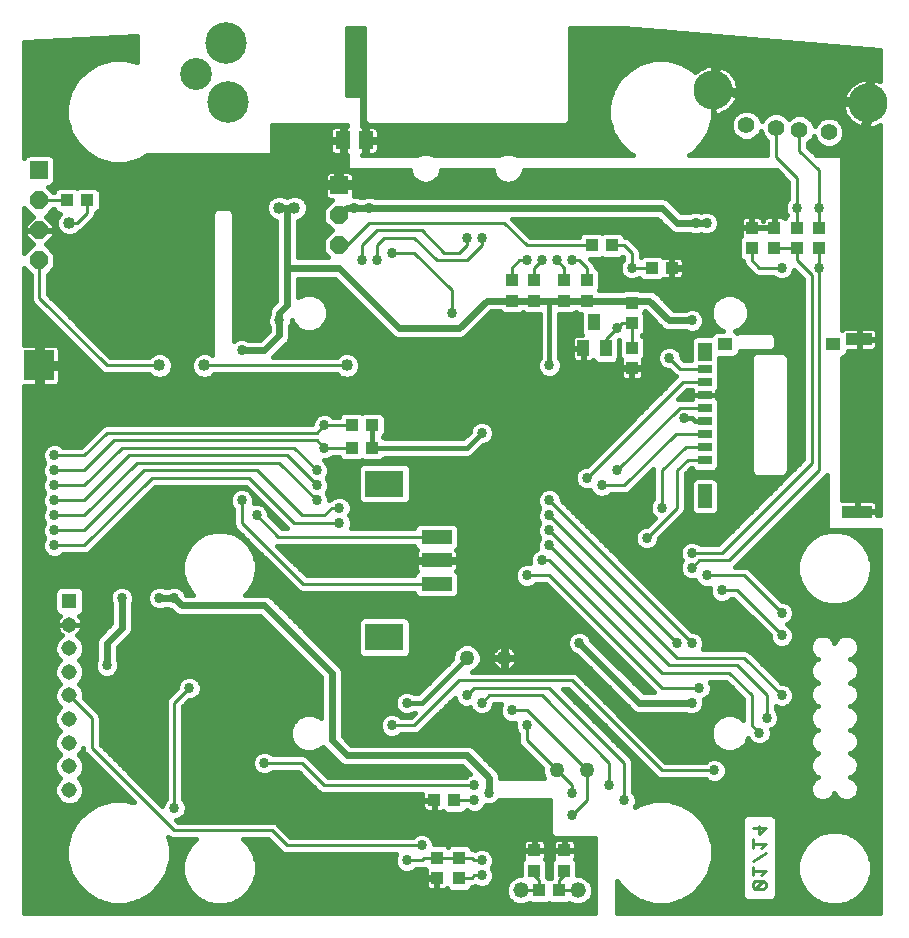
<source format=gbl>
G75*
G70*
%OFA0B0*%
%FSLAX24Y24*%
%IPPOS*%
%LPD*%
%AMOC8*
5,1,8,0,0,1.08239X$1,22.5*
%
%ADD10C,0.1384*%
%ADD11C,0.1063*%
%ADD12C,0.0554*%
%ADD13C,0.1306*%
%ADD14R,0.0512X0.0591*%
%ADD15R,0.0866X0.0394*%
%ADD16R,0.0984X0.0394*%
%ADD17R,0.0457X0.0315*%
%ADD18R,0.0457X0.0787*%
%ADD19R,0.0457X0.0630*%
%ADD20R,0.0492X0.0413*%
%ADD21R,0.0394X0.0433*%
%ADD22R,0.0433X0.0394*%
%ADD23R,0.0515X0.0515*%
%ADD24C,0.0515*%
%ADD25C,0.0520*%
%ADD26R,0.0394X0.0551*%
%ADD27R,0.0594X0.0594*%
%ADD28OC8,0.0594*%
%ADD29C,0.0500*%
%ADD30R,0.1024X0.0472*%
%ADD31R,0.1299X0.0906*%
%ADD32R,0.1000X0.1000*%
%ADD33C,0.0090*%
%ADD34C,0.0160*%
%ADD35C,0.0340*%
%ADD36C,0.0591*%
%ADD37C,0.0320*%
%ADD38C,0.0100*%
%ADD39C,0.0240*%
%ADD40C,0.0400*%
D10*
X007274Y027453D03*
X007205Y029421D03*
D11*
X006177Y028400D03*
D12*
X024541Y026691D03*
X025522Y026606D03*
X026306Y026537D03*
X027287Y026451D03*
D13*
X028584Y027413D03*
X023430Y027864D03*
D14*
X011844Y026180D03*
X011096Y026180D03*
D15*
X028295Y019554D03*
D16*
X028236Y013806D03*
D17*
X023149Y015538D03*
X023149Y015971D03*
X023149Y016404D03*
X023149Y016837D03*
X023149Y017271D03*
X023149Y017704D03*
X023149Y018137D03*
X023149Y018570D03*
D18*
X023149Y014314D03*
D19*
X023149Y019137D03*
D20*
X023836Y019391D03*
X027429Y019391D03*
D21*
X026970Y022595D03*
X026970Y023265D03*
X026220Y023265D03*
X026220Y022595D03*
X025470Y022595D03*
X025470Y023265D03*
X024720Y023265D03*
X024720Y022595D03*
X020720Y020765D03*
X020720Y020095D03*
X020720Y019265D03*
X020720Y018595D03*
X019220Y020845D03*
X019220Y021515D03*
X018470Y021515D03*
X018470Y020845D03*
X017470Y020845D03*
X017470Y021515D03*
X016720Y021515D03*
X016720Y020845D03*
X017470Y002515D03*
X017470Y001845D03*
X018470Y001845D03*
X018470Y002515D03*
X014970Y002265D03*
X014970Y001595D03*
X014220Y001595D03*
X014220Y002265D03*
D22*
X014135Y004180D03*
X014805Y004180D03*
X017635Y001180D03*
X018305Y001180D03*
X012055Y015930D03*
X011385Y015930D03*
X011385Y016680D03*
X012055Y016680D03*
X019385Y022680D03*
X020055Y022680D03*
X021385Y021930D03*
X022055Y021930D03*
X002555Y024180D03*
X001885Y024180D03*
D23*
X001970Y010830D03*
D24*
X001970Y010042D03*
X001970Y009255D03*
X001970Y008467D03*
X001970Y007680D03*
X001970Y006893D03*
X001970Y006105D03*
X001970Y005318D03*
X001970Y004530D03*
D25*
X017020Y001180D03*
X018920Y001180D03*
D26*
X019096Y019247D03*
X019844Y019247D03*
X019470Y020113D03*
D27*
X010970Y024680D03*
X000970Y025180D03*
D28*
X000970Y024180D03*
X000970Y023180D03*
X000970Y022180D03*
X010970Y022680D03*
X010970Y023680D03*
D29*
X015220Y008930D03*
X016470Y008930D03*
X018220Y005180D03*
X019220Y005180D03*
D30*
X014220Y011393D03*
X014220Y012180D03*
X014220Y012967D03*
D31*
X012468Y014739D03*
X012468Y009621D03*
D32*
X000970Y018680D03*
D33*
X024765Y003272D02*
X025175Y003272D01*
X024970Y003067D01*
X024970Y003340D01*
X024765Y002880D02*
X024765Y002606D01*
X024765Y002743D02*
X025175Y002743D01*
X025039Y002606D01*
X025175Y002419D02*
X024765Y002146D01*
X024765Y001959D02*
X024765Y001685D01*
X024765Y001822D02*
X025175Y001822D01*
X025039Y001685D01*
X025107Y001499D02*
X024833Y001499D01*
X024765Y001430D01*
X024765Y001293D01*
X024833Y001225D01*
X025107Y001499D01*
X025175Y001430D01*
X025175Y001293D01*
X025107Y001225D01*
X024833Y001225D01*
D34*
X000460Y000420D02*
X000460Y018000D01*
X000890Y018000D01*
X000890Y018600D01*
X001050Y018600D01*
X001050Y018760D01*
X000890Y018760D01*
X000890Y019360D01*
X000460Y019360D01*
X000460Y021931D01*
X000680Y021711D01*
X000680Y020872D01*
X000724Y020766D01*
X002974Y018516D01*
X003056Y018434D01*
X003162Y018390D01*
X004638Y018390D01*
X004721Y018307D01*
X004882Y018240D01*
X005058Y018240D01*
X005219Y018307D01*
X005343Y018431D01*
X005410Y018592D01*
X005410Y018768D01*
X005343Y018929D01*
X005219Y019053D01*
X005058Y019120D01*
X004882Y019120D01*
X004721Y019053D01*
X004638Y018970D01*
X003340Y018970D01*
X001260Y021050D01*
X001260Y021711D01*
X001507Y021958D01*
X001507Y022402D01*
X001192Y022717D01*
X001181Y022717D01*
X001447Y022982D01*
X001447Y023162D01*
X000988Y023162D01*
X000988Y023198D01*
X001447Y023198D01*
X001447Y023378D01*
X001181Y023643D01*
X001192Y023643D01*
X001439Y023890D01*
X001448Y023890D01*
X001465Y023847D01*
X001533Y023780D01*
X001621Y023743D01*
X001661Y023743D01*
X001597Y023679D01*
X001530Y023518D01*
X001530Y023342D01*
X001597Y023181D01*
X001721Y023057D01*
X001882Y022990D01*
X002058Y022990D01*
X002219Y023057D01*
X002320Y023157D01*
X002384Y023184D01*
X002466Y023266D01*
X002800Y023600D01*
X002845Y023707D01*
X002845Y023754D01*
X002907Y023780D01*
X002975Y023847D01*
X003011Y023935D01*
X003011Y024425D01*
X002975Y024513D01*
X002907Y024580D01*
X002819Y024617D01*
X002290Y024617D01*
X002220Y024588D01*
X002150Y024617D01*
X001621Y024617D01*
X001533Y024580D01*
X001465Y024513D01*
X001448Y024470D01*
X001439Y024470D01*
X001266Y024643D01*
X001315Y024643D01*
X001403Y024680D01*
X001470Y024747D01*
X001507Y024835D01*
X001507Y025525D01*
X001470Y025613D01*
X001403Y025680D01*
X001315Y025717D01*
X000625Y025717D01*
X000537Y025680D01*
X000470Y025613D01*
X000460Y025589D01*
X000460Y029472D01*
X004220Y029667D01*
X004220Y028788D01*
X003839Y028890D01*
X003381Y028890D01*
X002938Y028771D01*
X002542Y028542D01*
X002218Y028218D01*
X001989Y027822D01*
X001870Y027379D01*
X001870Y026921D01*
X001989Y026478D01*
X002218Y026082D01*
X002542Y025758D01*
X002938Y025529D01*
X003381Y025410D01*
X003839Y025410D01*
X004282Y025529D01*
X004544Y025680D01*
X008720Y025680D01*
X008720Y026680D01*
X011220Y026680D01*
X011220Y026655D01*
X011144Y026655D01*
X011144Y026228D01*
X011048Y026228D01*
X011048Y026655D01*
X010816Y026655D01*
X010771Y026643D01*
X010730Y026619D01*
X010696Y026586D01*
X010672Y026545D01*
X010660Y026499D01*
X010660Y026228D01*
X011048Y026228D01*
X011048Y026132D01*
X011144Y026132D01*
X011144Y025705D01*
X011220Y025705D01*
X011220Y025180D01*
X013326Y025180D01*
X013326Y025158D01*
X013405Y024969D01*
X013550Y024824D01*
X013739Y024745D01*
X013945Y024745D01*
X014134Y024824D01*
X014279Y024969D01*
X014358Y025158D01*
X014358Y025180D01*
X016082Y025180D01*
X016082Y025158D01*
X016161Y024969D01*
X016306Y024824D01*
X016495Y024745D01*
X016701Y024745D01*
X016890Y024824D01*
X017035Y024969D01*
X017114Y025158D01*
X017114Y025180D01*
X025560Y025180D01*
X025930Y024810D01*
X025930Y024220D01*
X025872Y024162D01*
X025810Y024012D01*
X025810Y023848D01*
X025872Y023698D01*
X025886Y023684D01*
X025820Y023617D01*
X025810Y023593D01*
X025777Y023625D01*
X025736Y023649D01*
X025691Y023661D01*
X025488Y023661D01*
X025488Y023283D01*
X025452Y023283D01*
X025452Y023661D01*
X025249Y023661D01*
X025204Y023649D01*
X025163Y023625D01*
X025129Y023592D01*
X025105Y023551D01*
X025095Y023512D01*
X025085Y023551D01*
X025061Y023592D01*
X025027Y023625D01*
X024986Y023649D01*
X024941Y023661D01*
X024738Y023661D01*
X024738Y023283D01*
X024702Y023283D01*
X024702Y023661D01*
X024499Y023661D01*
X024454Y023649D01*
X024413Y023625D01*
X024379Y023592D01*
X024355Y023551D01*
X024343Y023505D01*
X024343Y023283D01*
X024702Y023283D01*
X024702Y023246D01*
X024343Y023246D01*
X024343Y023024D01*
X024354Y022983D01*
X024320Y022948D01*
X024283Y022860D01*
X024283Y022331D01*
X024320Y022243D01*
X024387Y022175D01*
X024430Y022158D01*
X024430Y022122D01*
X024474Y022016D01*
X024556Y021934D01*
X024806Y021684D01*
X024912Y021640D01*
X025430Y021640D01*
X025488Y021582D01*
X025638Y021520D01*
X025802Y021520D01*
X025952Y021582D01*
X026068Y021698D01*
X026130Y021848D01*
X026130Y021860D01*
X026430Y021560D01*
X026430Y015550D01*
X023600Y012720D01*
X023010Y012720D01*
X022952Y012778D01*
X022802Y012840D01*
X022638Y012840D01*
X022488Y012778D01*
X022372Y012662D01*
X022310Y012512D01*
X022310Y012348D01*
X022372Y012198D01*
X022390Y012180D01*
X022372Y012162D01*
X022310Y012012D01*
X022310Y011848D01*
X022372Y011698D01*
X022488Y011582D01*
X022638Y011520D01*
X022802Y011520D01*
X022836Y011534D01*
X022872Y011448D01*
X022988Y011332D01*
X023138Y011270D01*
X023302Y011270D01*
X023316Y011276D01*
X023310Y011262D01*
X023310Y011098D01*
X023372Y010948D01*
X023488Y010832D01*
X023638Y010770D01*
X023802Y010770D01*
X023952Y010832D01*
X024010Y010890D01*
X024100Y010890D01*
X025310Y009680D01*
X025310Y009598D01*
X025372Y009448D01*
X025488Y009332D01*
X025638Y009270D01*
X025802Y009270D01*
X025952Y009332D01*
X026068Y009448D01*
X026130Y009598D01*
X026130Y009762D01*
X026068Y009912D01*
X025952Y010028D01*
X025886Y010055D01*
X025952Y010082D01*
X026068Y010198D01*
X026130Y010348D01*
X026130Y010512D01*
X026068Y010662D01*
X025952Y010778D01*
X025802Y010840D01*
X025720Y010840D01*
X024716Y011844D01*
X024634Y011926D01*
X024528Y011970D01*
X024170Y011970D01*
X024216Y012016D01*
X027134Y014934D01*
X027134Y014934D01*
X027216Y015016D01*
X027220Y015026D01*
X027220Y013180D01*
X028980Y013180D01*
X028980Y000420D01*
X020215Y000420D01*
X020215Y001507D01*
X020288Y001382D01*
X020612Y001058D01*
X021008Y000829D01*
X021451Y000710D01*
X021909Y000710D01*
X022352Y000829D01*
X022748Y001058D01*
X023072Y001382D01*
X023301Y001778D01*
X023420Y002221D01*
X023420Y002679D01*
X023301Y003122D01*
X023072Y003518D01*
X022748Y003842D01*
X022352Y004071D01*
X021909Y004190D01*
X021451Y004190D01*
X021008Y004071D01*
X020825Y003966D01*
X020880Y004098D01*
X020880Y004262D01*
X020818Y004412D01*
X020760Y004470D01*
X020760Y005488D01*
X020716Y005594D01*
X018420Y007890D01*
X018600Y007890D01*
X021474Y005016D01*
X021474Y005016D01*
X021556Y004934D01*
X021662Y004890D01*
X023180Y004890D01*
X023238Y004832D01*
X023388Y004770D01*
X023552Y004770D01*
X023702Y004832D01*
X023818Y004948D01*
X023880Y005098D01*
X023880Y005262D01*
X023818Y005412D01*
X023702Y005528D01*
X023552Y005590D01*
X023388Y005590D01*
X023238Y005528D01*
X023180Y005470D01*
X021840Y005470D01*
X018884Y008426D01*
X018778Y008470D01*
X015390Y008470D01*
X015498Y008515D01*
X015635Y008652D01*
X015710Y008833D01*
X015710Y009027D01*
X015635Y009208D01*
X015498Y009345D01*
X015317Y009420D01*
X015123Y009420D01*
X014942Y009345D01*
X014805Y009208D01*
X014730Y009027D01*
X014730Y008893D01*
X013587Y007750D01*
X013480Y007750D01*
X013452Y007778D01*
X013302Y007840D01*
X013138Y007840D01*
X012988Y007778D01*
X012872Y007662D01*
X012810Y007512D01*
X012810Y007348D01*
X012872Y007198D01*
X012988Y007082D01*
X013138Y007020D01*
X013302Y007020D01*
X013452Y007082D01*
X013480Y007110D01*
X013490Y007110D01*
X013350Y006970D01*
X013010Y006970D01*
X012952Y007028D01*
X012802Y007090D01*
X012638Y007090D01*
X012488Y007028D01*
X012372Y006912D01*
X012310Y006762D01*
X012310Y006598D01*
X012372Y006448D01*
X012488Y006332D01*
X012638Y006270D01*
X012802Y006270D01*
X012952Y006332D01*
X013010Y006390D01*
X013528Y006390D01*
X013634Y006434D01*
X013716Y006516D01*
X014810Y007610D01*
X014810Y007598D01*
X014872Y007448D01*
X014988Y007332D01*
X015138Y007270D01*
X015302Y007270D01*
X015336Y007284D01*
X015372Y007198D01*
X015488Y007082D01*
X015638Y007020D01*
X015802Y007020D01*
X015952Y007082D01*
X016068Y007198D01*
X016130Y007348D01*
X016130Y007390D01*
X016363Y007390D01*
X016310Y007262D01*
X016310Y007098D01*
X016372Y006948D01*
X016488Y006832D01*
X016638Y006770D01*
X016802Y006770D01*
X016816Y006776D01*
X016810Y006762D01*
X016810Y006598D01*
X016872Y006448D01*
X016930Y006390D01*
X016930Y006122D01*
X016974Y006016D01*
X017056Y005934D01*
X017730Y005260D01*
X017730Y005083D01*
X017795Y004925D01*
X016330Y004925D01*
X016330Y005002D01*
X016275Y005134D01*
X015525Y005884D01*
X015424Y005985D01*
X015292Y006040D01*
X011369Y006040D01*
X011080Y006329D01*
X011080Y008502D01*
X011025Y008634D01*
X008775Y010884D01*
X008674Y010985D01*
X008542Y011040D01*
X007834Y011040D01*
X007962Y011169D01*
X008125Y011451D01*
X008210Y011767D01*
X008210Y012093D01*
X008125Y012409D01*
X007962Y012691D01*
X007731Y012922D01*
X007449Y013085D01*
X007133Y013170D01*
X006807Y013170D01*
X006491Y013085D01*
X006209Y012922D01*
X005978Y012691D01*
X005815Y012409D01*
X005730Y012093D01*
X005730Y011767D01*
X005815Y011451D01*
X005978Y011169D01*
X006106Y011040D01*
X005869Y011040D01*
X005868Y011042D01*
X005818Y011162D01*
X005702Y011278D01*
X005552Y011340D01*
X005388Y011340D01*
X005268Y011290D01*
X005172Y011290D01*
X005052Y011340D01*
X004888Y011340D01*
X004738Y011278D01*
X004622Y011162D01*
X004560Y011012D01*
X004560Y010848D01*
X004622Y010698D01*
X004738Y010582D01*
X004888Y010520D01*
X005052Y010520D01*
X005172Y010570D01*
X005268Y010570D01*
X005358Y010532D01*
X005516Y010375D01*
X005648Y010320D01*
X008321Y010320D01*
X010360Y008281D01*
X010360Y006920D01*
X010321Y006959D01*
X010088Y007056D01*
X009836Y007056D01*
X009603Y006959D01*
X009425Y006781D01*
X009328Y006548D01*
X009328Y006296D01*
X009425Y006063D01*
X009603Y005885D01*
X009836Y005788D01*
X010088Y005788D01*
X010321Y005885D01*
X010414Y005978D01*
X010415Y005976D01*
X010516Y005875D01*
X011016Y005375D01*
X011148Y005320D01*
X015071Y005320D01*
X015327Y005064D01*
X015238Y005028D01*
X015180Y004970D01*
X010590Y004970D01*
X009966Y005594D01*
X009884Y005676D01*
X009778Y005720D01*
X008760Y005720D01*
X008702Y005778D01*
X008552Y005840D01*
X008388Y005840D01*
X008238Y005778D01*
X008122Y005662D01*
X008060Y005512D01*
X008060Y005348D01*
X008122Y005198D01*
X008238Y005082D01*
X008388Y005020D01*
X008552Y005020D01*
X008702Y005082D01*
X008760Y005140D01*
X009600Y005140D01*
X010306Y004434D01*
X010412Y004390D01*
X013739Y004390D01*
X013739Y004198D01*
X014117Y004198D01*
X014117Y004162D01*
X013739Y004162D01*
X013739Y003959D01*
X013751Y003914D01*
X013775Y003873D01*
X013808Y003839D01*
X013849Y003815D01*
X013895Y003803D01*
X014117Y003803D01*
X014117Y004162D01*
X014154Y004162D01*
X014154Y003803D01*
X014376Y003803D01*
X014417Y003814D01*
X014452Y003780D01*
X014540Y003743D01*
X015069Y003743D01*
X015157Y003780D01*
X015224Y003846D01*
X015238Y003832D01*
X015388Y003770D01*
X015552Y003770D01*
X015702Y003832D01*
X015818Y003948D01*
X015854Y004034D01*
X015888Y004020D01*
X016052Y004020D01*
X016202Y004082D01*
X016305Y004185D01*
X017975Y004185D01*
X017975Y003131D01*
X018012Y003041D01*
X018081Y002972D01*
X018171Y002935D01*
X019475Y002935D01*
X019475Y000420D01*
X000460Y000420D01*
X000460Y000497D02*
X019475Y000497D01*
X019475Y000656D02*
X000460Y000656D01*
X000460Y000814D02*
X002993Y000814D01*
X002938Y000829D02*
X003381Y000710D01*
X003839Y000710D01*
X004282Y000829D01*
X004678Y001058D01*
X005002Y001382D01*
X005231Y001778D01*
X005350Y002221D01*
X005350Y002679D01*
X005273Y002967D01*
X005306Y002934D01*
X005412Y002890D01*
X006176Y002890D01*
X005978Y002691D01*
X005815Y002409D01*
X005730Y002093D01*
X005730Y001767D01*
X005815Y001451D01*
X005978Y001169D01*
X006209Y000938D01*
X006491Y000775D01*
X006807Y000690D01*
X007133Y000690D01*
X007449Y000775D01*
X007731Y000938D01*
X007962Y001169D01*
X008125Y001451D01*
X008210Y001767D01*
X008210Y002093D01*
X008125Y002409D01*
X007962Y002691D01*
X007764Y002890D01*
X008600Y002890D01*
X009056Y002434D01*
X009162Y002390D01*
X012863Y002390D01*
X012810Y002262D01*
X012810Y002098D01*
X012872Y001948D01*
X012988Y001832D01*
X013138Y001770D01*
X013302Y001770D01*
X013452Y001832D01*
X013510Y001890D01*
X013778Y001890D01*
X013823Y001909D01*
X013854Y001877D01*
X013843Y001836D01*
X013843Y001614D01*
X014202Y001614D01*
X014202Y001577D01*
X014238Y001577D01*
X014238Y001199D01*
X014441Y001199D01*
X014486Y001211D01*
X014527Y001235D01*
X014560Y001267D01*
X014570Y001243D01*
X014637Y001175D01*
X014725Y001139D01*
X015215Y001139D01*
X015303Y001175D01*
X015370Y001243D01*
X015396Y001305D01*
X015443Y001305D01*
X015498Y001328D01*
X015638Y001270D01*
X015802Y001270D01*
X015952Y001332D01*
X016068Y001448D01*
X016590Y001448D01*
X016596Y001463D02*
X016520Y001279D01*
X016520Y001081D01*
X016596Y000897D01*
X016737Y000756D01*
X016921Y000680D01*
X017119Y000680D01*
X017303Y000756D01*
X017314Y000767D01*
X017371Y000743D01*
X017900Y000743D01*
X017970Y000772D01*
X018040Y000743D01*
X018569Y000743D01*
X018626Y000767D01*
X018637Y000756D01*
X018821Y000680D01*
X019019Y000680D01*
X019203Y000756D01*
X019344Y000897D01*
X019420Y001081D01*
X019420Y001279D01*
X019344Y001463D01*
X019203Y001604D01*
X019019Y001680D01*
X018907Y001680D01*
X018907Y002110D01*
X018870Y002198D01*
X018836Y002233D01*
X018847Y002274D01*
X018847Y002496D01*
X018488Y002496D01*
X018488Y002533D01*
X018452Y002533D01*
X018452Y002911D01*
X018249Y002911D01*
X018204Y002899D01*
X018163Y002875D01*
X018129Y002842D01*
X018105Y002801D01*
X018093Y002755D01*
X018093Y002533D01*
X018452Y002533D01*
X018452Y002496D01*
X018093Y002496D01*
X018093Y002274D01*
X018104Y002233D01*
X018070Y002198D01*
X018033Y002110D01*
X018033Y001617D01*
X018032Y001613D01*
X017970Y001588D01*
X017908Y001613D01*
X017907Y001617D01*
X017907Y002110D01*
X017870Y002198D01*
X017836Y002233D01*
X017847Y002274D01*
X017847Y002496D01*
X017488Y002496D01*
X017488Y002533D01*
X017452Y002533D01*
X017452Y002911D01*
X017249Y002911D01*
X017204Y002899D01*
X017163Y002875D01*
X017129Y002842D01*
X017105Y002801D01*
X017093Y002755D01*
X017093Y002533D01*
X017452Y002533D01*
X017452Y002496D01*
X017093Y002496D01*
X017093Y002274D01*
X017104Y002233D01*
X017070Y002198D01*
X017033Y002110D01*
X017033Y001680D01*
X016921Y001680D01*
X016737Y001604D01*
X016596Y001463D01*
X016524Y001290D02*
X015849Y001290D01*
X015591Y001290D02*
X015390Y001290D01*
X016050Y001930D02*
X016068Y001948D01*
X016130Y002098D01*
X016130Y002262D01*
X016068Y002412D01*
X015952Y002528D01*
X015802Y002590D01*
X015638Y002590D01*
X015498Y002532D01*
X015443Y002555D01*
X015396Y002555D01*
X015370Y002617D01*
X015303Y002685D01*
X015215Y002721D01*
X014725Y002721D01*
X014637Y002685D01*
X014595Y002642D01*
X014553Y002685D01*
X014465Y002721D01*
X014130Y002721D01*
X014130Y002762D01*
X014068Y002912D01*
X013952Y003028D01*
X013802Y003090D01*
X013638Y003090D01*
X013488Y003028D01*
X013430Y002970D01*
X009340Y002970D01*
X008966Y003344D01*
X008884Y003426D01*
X008778Y003470D01*
X005590Y003470D01*
X005540Y003520D01*
X005552Y003520D01*
X005702Y003582D01*
X005818Y003698D01*
X005880Y003848D01*
X005880Y004012D01*
X005818Y004162D01*
X005760Y004220D01*
X005760Y007310D01*
X005970Y007520D01*
X006052Y007520D01*
X006202Y007582D01*
X006318Y007698D01*
X006380Y007848D01*
X006380Y008012D01*
X006318Y008162D01*
X006202Y008278D01*
X006052Y008340D01*
X005888Y008340D01*
X005738Y008278D01*
X005622Y008162D01*
X005560Y008012D01*
X005560Y007930D01*
X005306Y007676D01*
X005224Y007594D01*
X005180Y007488D01*
X005180Y004220D01*
X005122Y004162D01*
X005060Y004012D01*
X005060Y004000D01*
X003010Y006050D01*
X003010Y006988D01*
X002966Y007094D01*
X002467Y007593D01*
X002467Y007779D01*
X002392Y007962D01*
X002280Y008074D01*
X002392Y008186D01*
X002467Y008368D01*
X002467Y008566D01*
X002392Y008749D01*
X002280Y008861D01*
X002392Y008973D01*
X002467Y009156D01*
X002467Y009354D01*
X002392Y009537D01*
X002252Y009677D01*
X002226Y009687D01*
X002255Y009709D01*
X002304Y009757D01*
X002344Y009813D01*
X002375Y009874D01*
X002397Y009940D01*
X002407Y010008D01*
X002407Y010042D01*
X001970Y010042D01*
X001533Y010042D01*
X001533Y010008D01*
X001543Y009940D01*
X001565Y009874D01*
X001596Y009813D01*
X001636Y009757D01*
X001685Y009709D01*
X001714Y009687D01*
X001688Y009677D01*
X001548Y009537D01*
X001473Y009354D01*
X001473Y009156D01*
X001548Y008973D01*
X001660Y008861D01*
X001548Y008749D01*
X001473Y008566D01*
X001473Y008368D01*
X001548Y008186D01*
X001660Y008074D01*
X001548Y007962D01*
X001473Y007779D01*
X001473Y007581D01*
X001548Y007398D01*
X001660Y007286D01*
X001548Y007174D01*
X001473Y006992D01*
X001473Y006794D01*
X001548Y006611D01*
X001660Y006499D01*
X001548Y006387D01*
X001473Y006204D01*
X001473Y006006D01*
X001548Y005823D01*
X001660Y005711D01*
X001548Y005600D01*
X001473Y005417D01*
X001473Y005219D01*
X001548Y005036D01*
X001660Y004924D01*
X001548Y004812D01*
X001473Y004629D01*
X001473Y004431D01*
X001548Y004249D01*
X001688Y004109D01*
X001871Y004033D01*
X002069Y004033D01*
X002252Y004109D01*
X002392Y004249D01*
X002467Y004431D01*
X002467Y004629D01*
X002392Y004812D01*
X002280Y004924D01*
X002392Y005036D01*
X002467Y005219D01*
X002467Y005417D01*
X002392Y005600D01*
X002280Y005711D01*
X002392Y005823D01*
X002430Y005916D01*
X002430Y005872D01*
X002474Y005766D01*
X002556Y005684D01*
X004127Y004113D01*
X003839Y004190D01*
X003381Y004190D01*
X002938Y004071D01*
X002542Y003842D01*
X002218Y003518D01*
X001989Y003122D01*
X001870Y002679D01*
X001870Y002221D01*
X001989Y001778D01*
X002218Y001382D01*
X002542Y001058D01*
X002938Y000829D01*
X002689Y000973D02*
X000460Y000973D01*
X000460Y001131D02*
X002468Y001131D01*
X002310Y001290D02*
X000460Y001290D01*
X000460Y001448D02*
X002179Y001448D01*
X002088Y001607D02*
X000460Y001607D01*
X000460Y001765D02*
X001996Y001765D01*
X001950Y001924D02*
X000460Y001924D01*
X000460Y002082D02*
X001907Y002082D01*
X001870Y002241D02*
X000460Y002241D01*
X000460Y002399D02*
X001870Y002399D01*
X001870Y002558D02*
X000460Y002558D01*
X000460Y002716D02*
X001880Y002716D01*
X001922Y002875D02*
X000460Y002875D01*
X000460Y003033D02*
X001965Y003033D01*
X002029Y003192D02*
X000460Y003192D01*
X000460Y003350D02*
X002120Y003350D01*
X002212Y003509D02*
X000460Y003509D01*
X000460Y003667D02*
X002366Y003667D01*
X002525Y003826D02*
X000460Y003826D01*
X000460Y003984D02*
X002787Y003984D01*
X003204Y004143D02*
X002286Y004143D01*
X002413Y004301D02*
X003939Y004301D01*
X004016Y004143D02*
X004097Y004143D01*
X003780Y004460D02*
X002467Y004460D01*
X002467Y004618D02*
X003622Y004618D01*
X003463Y004777D02*
X002407Y004777D01*
X002291Y004935D02*
X003305Y004935D01*
X003146Y005094D02*
X002416Y005094D01*
X002467Y005252D02*
X002988Y005252D01*
X002829Y005411D02*
X002467Y005411D01*
X002404Y005569D02*
X002671Y005569D01*
X002512Y005728D02*
X002296Y005728D01*
X002418Y005886D02*
X002430Y005886D01*
X003016Y006045D02*
X005180Y006045D01*
X005180Y006203D02*
X003010Y006203D01*
X003010Y006362D02*
X005180Y006362D01*
X005180Y006520D02*
X003010Y006520D01*
X003010Y006679D02*
X005180Y006679D01*
X005180Y006837D02*
X003010Y006837D01*
X003007Y006996D02*
X005180Y006996D01*
X005180Y007154D02*
X002906Y007154D01*
X002748Y007313D02*
X005180Y007313D01*
X005180Y007471D02*
X002589Y007471D01*
X002467Y007630D02*
X005259Y007630D01*
X005418Y007788D02*
X002464Y007788D01*
X002398Y007947D02*
X005560Y007947D01*
X005599Y008105D02*
X002311Y008105D01*
X002424Y008264D02*
X005724Y008264D01*
X006216Y008264D02*
X010360Y008264D01*
X010360Y008105D02*
X006341Y008105D01*
X006380Y007947D02*
X010360Y007947D01*
X010360Y007788D02*
X006355Y007788D01*
X006249Y007630D02*
X010360Y007630D01*
X010360Y007471D02*
X005921Y007471D01*
X005763Y007313D02*
X010360Y007313D01*
X010360Y007154D02*
X005760Y007154D01*
X005760Y006996D02*
X009690Y006996D01*
X009481Y006837D02*
X005760Y006837D01*
X005760Y006679D02*
X009382Y006679D01*
X009328Y006520D02*
X005760Y006520D01*
X005760Y006362D02*
X009328Y006362D01*
X009367Y006203D02*
X005760Y006203D01*
X005760Y006045D02*
X009444Y006045D01*
X009602Y005886D02*
X005760Y005886D01*
X005760Y005728D02*
X008188Y005728D01*
X008084Y005569D02*
X005760Y005569D01*
X005760Y005411D02*
X008060Y005411D01*
X008100Y005252D02*
X005760Y005252D01*
X005760Y005094D02*
X008227Y005094D01*
X008713Y005094D02*
X009646Y005094D01*
X009805Y004935D02*
X005760Y004935D01*
X005760Y004777D02*
X009963Y004777D01*
X010122Y004618D02*
X005760Y004618D01*
X005760Y004460D02*
X010280Y004460D01*
X010467Y005094D02*
X015297Y005094D01*
X015139Y005252D02*
X010308Y005252D01*
X010150Y005411D02*
X010980Y005411D01*
X010822Y005569D02*
X009991Y005569D01*
X010322Y005886D02*
X010505Y005886D01*
X010663Y005728D02*
X008752Y005728D01*
X010234Y006996D02*
X010360Y006996D01*
X011080Y006996D02*
X012456Y006996D01*
X012341Y006837D02*
X011080Y006837D01*
X011080Y006679D02*
X012310Y006679D01*
X012342Y006520D02*
X011080Y006520D01*
X011080Y006362D02*
X012459Y006362D01*
X012981Y006362D02*
X016930Y006362D01*
X016930Y006203D02*
X011206Y006203D01*
X011365Y006045D02*
X016962Y006045D01*
X017104Y005886D02*
X015523Y005886D01*
X015682Y005728D02*
X017262Y005728D01*
X017421Y005569D02*
X015840Y005569D01*
X015999Y005411D02*
X017579Y005411D01*
X017730Y005252D02*
X016157Y005252D01*
X016292Y005094D02*
X017730Y005094D01*
X017791Y004935D02*
X016330Y004935D01*
X016262Y004143D02*
X017975Y004143D01*
X017975Y003984D02*
X015833Y003984D01*
X015686Y003826D02*
X017975Y003826D01*
X017975Y003667D02*
X005787Y003667D01*
X005870Y003826D02*
X013832Y003826D01*
X013739Y003984D02*
X005880Y003984D01*
X005826Y004143D02*
X013739Y004143D01*
X013739Y004301D02*
X005760Y004301D01*
X005180Y004301D02*
X004759Y004301D01*
X004601Y004460D02*
X005180Y004460D01*
X005180Y004618D02*
X004442Y004618D01*
X004284Y004777D02*
X005180Y004777D01*
X005180Y004935D02*
X004125Y004935D01*
X003967Y005094D02*
X005180Y005094D01*
X005180Y005252D02*
X003808Y005252D01*
X003650Y005411D02*
X005180Y005411D01*
X005180Y005569D02*
X003491Y005569D01*
X003333Y005728D02*
X005180Y005728D01*
X005180Y005886D02*
X003174Y005886D01*
X001644Y005728D02*
X000460Y005728D01*
X000460Y005886D02*
X001522Y005886D01*
X001473Y006045D02*
X000460Y006045D01*
X000460Y006203D02*
X001473Y006203D01*
X001538Y006362D02*
X000460Y006362D01*
X000460Y006520D02*
X001639Y006520D01*
X001520Y006679D02*
X000460Y006679D01*
X000460Y006837D02*
X001473Y006837D01*
X001474Y006996D02*
X000460Y006996D01*
X000460Y007154D02*
X001540Y007154D01*
X001634Y007313D02*
X000460Y007313D01*
X000460Y007471D02*
X001518Y007471D01*
X001473Y007630D02*
X000460Y007630D01*
X000460Y007788D02*
X001476Y007788D01*
X001542Y007947D02*
X000460Y007947D01*
X000460Y008105D02*
X001629Y008105D01*
X001516Y008264D02*
X000460Y008264D01*
X000460Y008422D02*
X001473Y008422D01*
X001478Y008581D02*
X000460Y008581D01*
X000460Y008739D02*
X001544Y008739D01*
X001624Y008898D02*
X000460Y008898D01*
X000460Y009056D02*
X001514Y009056D01*
X001473Y009215D02*
X000460Y009215D01*
X000460Y009373D02*
X001480Y009373D01*
X001546Y009532D02*
X000460Y009532D01*
X000460Y009690D02*
X001710Y009690D01*
X001578Y009849D02*
X000460Y009849D01*
X000460Y010007D02*
X001533Y010007D01*
X001533Y010042D02*
X001970Y010042D01*
X001970Y010042D01*
X001970Y010042D01*
X002407Y010042D01*
X002407Y010077D01*
X002397Y010145D01*
X002375Y010210D01*
X002344Y010271D01*
X002304Y010327D01*
X002292Y010339D01*
X002363Y010369D01*
X002431Y010436D01*
X002467Y010524D01*
X002467Y011135D01*
X002431Y011223D01*
X002363Y011291D01*
X002275Y011327D01*
X001665Y011327D01*
X001577Y011291D01*
X001509Y011223D01*
X001473Y011135D01*
X001473Y010524D01*
X001509Y010436D01*
X001577Y010369D01*
X001648Y010339D01*
X001636Y010327D01*
X001596Y010271D01*
X001565Y010210D01*
X001543Y010145D01*
X001533Y010077D01*
X001533Y010042D01*
X001550Y010166D02*
X000460Y010166D01*
X000460Y010324D02*
X001634Y010324D01*
X001490Y010483D02*
X000460Y010483D01*
X000460Y010641D02*
X001473Y010641D01*
X001473Y010800D02*
X000460Y010800D01*
X000460Y010958D02*
X001473Y010958D01*
X001473Y011117D02*
X000460Y011117D01*
X000460Y011275D02*
X001561Y011275D01*
X002379Y011275D02*
X003485Y011275D01*
X003488Y011278D02*
X003372Y011162D01*
X003310Y011012D01*
X003310Y010848D01*
X003360Y010728D01*
X003360Y010079D01*
X002915Y009634D01*
X002860Y009502D01*
X002860Y008882D01*
X002810Y008762D01*
X002810Y008598D01*
X002872Y008448D01*
X002988Y008332D01*
X003138Y008270D01*
X003302Y008270D01*
X003452Y008332D01*
X003568Y008448D01*
X003630Y008598D01*
X003630Y008762D01*
X003580Y008882D01*
X003580Y009281D01*
X003924Y009625D01*
X004025Y009726D01*
X004080Y009858D01*
X004080Y010728D01*
X004130Y010848D01*
X004130Y011012D01*
X004068Y011162D01*
X003952Y011278D01*
X003802Y011340D01*
X003638Y011340D01*
X003488Y011278D01*
X003353Y011117D02*
X002467Y011117D01*
X002467Y010958D02*
X003310Y010958D01*
X003330Y010800D02*
X002467Y010800D01*
X002467Y010641D02*
X003360Y010641D01*
X003360Y010483D02*
X002450Y010483D01*
X002306Y010324D02*
X003360Y010324D01*
X003360Y010166D02*
X002390Y010166D01*
X002407Y010007D02*
X003288Y010007D01*
X003129Y009849D02*
X002362Y009849D01*
X002230Y009690D02*
X002971Y009690D01*
X002872Y009532D02*
X002394Y009532D01*
X002460Y009373D02*
X002860Y009373D01*
X002860Y009215D02*
X002467Y009215D01*
X002426Y009056D02*
X002860Y009056D01*
X002860Y008898D02*
X002316Y008898D01*
X002396Y008739D02*
X002810Y008739D01*
X002817Y008581D02*
X002462Y008581D01*
X002467Y008422D02*
X002898Y008422D01*
X003542Y008422D02*
X010219Y008422D01*
X010060Y008581D02*
X003623Y008581D01*
X003630Y008739D02*
X009902Y008739D01*
X009743Y008898D02*
X003580Y008898D01*
X003580Y009056D02*
X009585Y009056D01*
X009426Y009215D02*
X003580Y009215D01*
X003672Y009373D02*
X009268Y009373D01*
X009109Y009532D02*
X003831Y009532D01*
X003989Y009690D02*
X008951Y009690D01*
X008792Y009849D02*
X004076Y009849D01*
X004080Y010007D02*
X008634Y010007D01*
X008475Y010166D02*
X004080Y010166D01*
X004080Y010324D02*
X005639Y010324D01*
X005408Y010483D02*
X004080Y010483D01*
X004080Y010641D02*
X004679Y010641D01*
X004580Y010800D02*
X004110Y010800D01*
X004130Y010958D02*
X004560Y010958D01*
X004603Y011117D02*
X004087Y011117D01*
X003955Y011275D02*
X004735Y011275D01*
X005705Y011275D02*
X005916Y011275D01*
X005837Y011117D02*
X006030Y011117D01*
X005825Y011434D02*
X000460Y011434D01*
X000460Y011592D02*
X005777Y011592D01*
X005734Y011751D02*
X000460Y011751D01*
X000460Y011909D02*
X005730Y011909D01*
X005730Y012068D02*
X000460Y012068D01*
X000460Y012226D02*
X005766Y012226D01*
X005808Y012385D02*
X001754Y012385D01*
X001760Y012390D02*
X002528Y012390D01*
X002634Y012434D01*
X002716Y012516D01*
X004840Y014640D01*
X007850Y014640D01*
X009232Y013257D01*
X009053Y013257D01*
X008630Y013680D01*
X008630Y013762D01*
X008568Y013912D01*
X008452Y014028D01*
X008302Y014090D01*
X008138Y014090D01*
X008124Y014084D01*
X008130Y014098D01*
X008130Y014262D01*
X008068Y014412D01*
X007952Y014528D01*
X007802Y014590D01*
X007638Y014590D01*
X007488Y014528D01*
X007372Y014412D01*
X007310Y014262D01*
X007310Y014098D01*
X007372Y013948D01*
X007430Y013890D01*
X007430Y013372D01*
X007474Y013266D01*
X009512Y011228D01*
X009593Y011147D01*
X009700Y011103D01*
X013471Y011103D01*
X013505Y011020D01*
X013572Y010953D01*
X013660Y010916D01*
X014780Y010916D01*
X014868Y010953D01*
X014935Y011020D01*
X014972Y011109D01*
X014972Y011677D01*
X014935Y011765D01*
X014871Y011829D01*
X014876Y011833D01*
X014900Y011874D01*
X014912Y011920D01*
X014912Y012142D01*
X014258Y012142D01*
X014258Y012218D01*
X014912Y012218D01*
X014912Y012440D01*
X014900Y012486D01*
X014876Y012527D01*
X014871Y012531D01*
X014935Y012595D01*
X014972Y012683D01*
X014972Y013251D01*
X014935Y013340D01*
X014868Y013407D01*
X014780Y013444D01*
X013660Y013444D01*
X013572Y013407D01*
X013505Y013340D01*
X013471Y013257D01*
X011342Y013257D01*
X011380Y013348D01*
X011380Y013512D01*
X011318Y013662D01*
X011300Y013680D01*
X011318Y013698D01*
X011380Y013848D01*
X011380Y014012D01*
X011318Y014162D01*
X011202Y014278D01*
X011052Y014340D01*
X010888Y014340D01*
X010738Y014278D01*
X010680Y014220D01*
X010662Y014220D01*
X010630Y014207D01*
X010630Y014262D01*
X010568Y014412D01*
X010550Y014430D01*
X010568Y014448D01*
X010630Y014598D01*
X010630Y014762D01*
X011578Y014762D01*
X011578Y014604D02*
X010630Y014604D01*
X010630Y014762D02*
X010568Y014912D01*
X010550Y014930D01*
X010568Y014948D01*
X010630Y015098D01*
X010630Y015262D01*
X010568Y015412D01*
X010460Y015520D01*
X010552Y015520D01*
X010702Y015582D01*
X010760Y015640D01*
X010948Y015640D01*
X010965Y015597D01*
X011033Y015530D01*
X011121Y015493D01*
X011650Y015493D01*
X011720Y015522D01*
X011790Y015493D01*
X012319Y015493D01*
X012407Y015530D01*
X012475Y015597D01*
X012480Y015610D01*
X015284Y015610D01*
X015401Y015659D01*
X015491Y015749D01*
X015763Y016020D01*
X015802Y016020D01*
X015952Y016082D01*
X016068Y016198D01*
X016130Y016348D01*
X016130Y016512D01*
X016068Y016662D01*
X015952Y016778D01*
X015802Y016840D01*
X015638Y016840D01*
X015488Y016778D01*
X015372Y016662D01*
X015310Y016512D01*
X015310Y016473D01*
X015087Y016250D01*
X012480Y016250D01*
X012475Y016263D01*
X012432Y016305D01*
X012475Y016347D01*
X012511Y016435D01*
X012511Y016925D01*
X012475Y017013D01*
X012407Y017080D01*
X012319Y017117D01*
X011790Y017117D01*
X011720Y017088D01*
X011650Y017117D01*
X011121Y017117D01*
X011033Y017080D01*
X010965Y017013D01*
X010948Y016970D01*
X010760Y016970D01*
X010702Y017028D01*
X010552Y017090D01*
X010388Y017090D01*
X010238Y017028D01*
X010122Y016912D01*
X010060Y016762D01*
X010060Y016720D01*
X003162Y016720D01*
X003056Y016676D01*
X002350Y015970D01*
X001760Y015970D01*
X001702Y016028D01*
X001552Y016090D01*
X001388Y016090D01*
X001238Y016028D01*
X001122Y015912D01*
X001060Y015762D01*
X001060Y015598D01*
X001122Y015448D01*
X001140Y015430D01*
X001122Y015412D01*
X001060Y015262D01*
X001060Y015098D01*
X001122Y014948D01*
X001140Y014930D01*
X001122Y014912D01*
X001060Y014762D01*
X000460Y014762D01*
X000460Y014604D02*
X001060Y014604D01*
X001060Y014598D02*
X001122Y014448D01*
X001140Y014430D01*
X001122Y014412D01*
X001060Y014262D01*
X001060Y014098D01*
X001122Y013948D01*
X001140Y013930D01*
X001122Y013912D01*
X001060Y013762D01*
X001060Y013598D01*
X001122Y013448D01*
X001140Y013430D01*
X001122Y013412D01*
X001060Y013262D01*
X001060Y013098D01*
X001122Y012948D01*
X001140Y012930D01*
X001122Y012912D01*
X001060Y012762D01*
X001060Y012598D01*
X001122Y012448D01*
X001238Y012332D01*
X001388Y012270D01*
X001552Y012270D01*
X001702Y012332D01*
X001760Y012390D01*
X001186Y012385D02*
X000460Y012385D01*
X000460Y012543D02*
X001083Y012543D01*
X001060Y012702D02*
X000460Y012702D01*
X000460Y012860D02*
X001101Y012860D01*
X001093Y013019D02*
X000460Y013019D01*
X000460Y013177D02*
X001060Y013177D01*
X001091Y013336D02*
X000460Y013336D01*
X000460Y013494D02*
X001103Y013494D01*
X001060Y013653D02*
X000460Y013653D01*
X000460Y013811D02*
X001080Y013811D01*
X001113Y013970D02*
X000460Y013970D01*
X000460Y014128D02*
X001060Y014128D01*
X001070Y014287D02*
X000460Y014287D01*
X000460Y014445D02*
X001125Y014445D01*
X001060Y014598D02*
X001060Y014762D01*
X001131Y014921D02*
X000460Y014921D01*
X000460Y015079D02*
X001068Y015079D01*
X001060Y015238D02*
X000460Y015238D01*
X000460Y015396D02*
X001116Y015396D01*
X001078Y015555D02*
X000460Y015555D01*
X000460Y015713D02*
X001060Y015713D01*
X001106Y015872D02*
X000460Y015872D01*
X000460Y016030D02*
X001244Y016030D01*
X001696Y016030D02*
X002410Y016030D01*
X002568Y016189D02*
X000460Y016189D01*
X000460Y016347D02*
X002727Y016347D01*
X002885Y016506D02*
X000460Y016506D01*
X000460Y016664D02*
X003044Y016664D01*
X003120Y018408D02*
X001650Y018408D01*
X001650Y018566D02*
X002924Y018566D01*
X002765Y018725D02*
X001050Y018725D01*
X001050Y018760D02*
X001650Y018760D01*
X001650Y019204D01*
X001638Y019249D01*
X001614Y019291D01*
X001581Y019324D01*
X001539Y019348D01*
X001494Y019360D01*
X001050Y019360D01*
X001050Y018760D01*
X001050Y018883D02*
X000890Y018883D01*
X000890Y019042D02*
X001050Y019042D01*
X001050Y019200D02*
X000890Y019200D01*
X000890Y019359D02*
X001050Y019359D01*
X001499Y019359D02*
X002131Y019359D01*
X001973Y019517D02*
X000460Y019517D01*
X000460Y019676D02*
X001814Y019676D01*
X001656Y019834D02*
X000460Y019834D01*
X000460Y019993D02*
X001497Y019993D01*
X001339Y020151D02*
X000460Y020151D01*
X000460Y020310D02*
X001180Y020310D01*
X001022Y020468D02*
X000460Y020468D01*
X000460Y020627D02*
X000863Y020627D01*
X000716Y020785D02*
X000460Y020785D01*
X000460Y020944D02*
X000680Y020944D01*
X000680Y021102D02*
X000460Y021102D01*
X000460Y021261D02*
X000680Y021261D01*
X000680Y021419D02*
X000460Y021419D01*
X000460Y021578D02*
X000680Y021578D01*
X000655Y021736D02*
X000460Y021736D01*
X000460Y021895D02*
X000496Y021895D01*
X000460Y022429D02*
X000460Y023931D01*
X000748Y023643D01*
X000759Y023643D01*
X000493Y023378D01*
X000493Y023198D01*
X000952Y023198D01*
X000952Y023162D01*
X000493Y023162D01*
X000493Y022982D01*
X000759Y022717D01*
X000748Y022717D01*
X000460Y022429D01*
X000460Y022529D02*
X000559Y022529D01*
X000460Y022687D02*
X000718Y022687D01*
X000630Y022846D02*
X000460Y022846D01*
X000460Y023004D02*
X000493Y023004D01*
X000460Y023163D02*
X000952Y023163D01*
X000988Y023163D02*
X001615Y023163D01*
X001539Y023321D02*
X001447Y023321D01*
X001530Y023480D02*
X001345Y023480D01*
X001186Y023638D02*
X001580Y023638D01*
X001516Y023797D02*
X001346Y023797D01*
X000754Y023638D02*
X000460Y023638D01*
X000460Y023480D02*
X000595Y023480D01*
X000493Y023321D02*
X000460Y023321D01*
X000460Y023797D02*
X000594Y023797D01*
X001320Y024589D02*
X001554Y024589D01*
X001470Y024748D02*
X010493Y024748D01*
X010493Y024698D02*
X010952Y024698D01*
X010952Y024662D01*
X010493Y024662D01*
X010493Y024359D01*
X010505Y024314D01*
X010529Y024273D01*
X010563Y024239D01*
X010604Y024215D01*
X010649Y024203D01*
X010734Y024203D01*
X010433Y023902D01*
X010433Y023458D01*
X010711Y023180D01*
X010433Y022902D01*
X010433Y022458D01*
X010601Y022290D01*
X009580Y022290D01*
X009580Y023499D01*
X009719Y023557D01*
X009843Y023681D01*
X009910Y023842D01*
X009910Y024018D01*
X009843Y024179D01*
X009719Y024303D01*
X009558Y024370D01*
X009382Y024370D01*
X009221Y024303D01*
X009220Y024302D01*
X009219Y024303D01*
X009058Y024370D01*
X008882Y024370D01*
X008721Y024303D01*
X008597Y024179D01*
X008530Y024018D01*
X008530Y023842D01*
X008597Y023681D01*
X008721Y023557D01*
X008860Y023499D01*
X008860Y020829D01*
X008665Y020634D01*
X008610Y020502D01*
X008610Y020382D01*
X008560Y020262D01*
X008560Y020098D01*
X008610Y019978D01*
X008610Y019829D01*
X008321Y019540D01*
X007922Y019540D01*
X007802Y019590D01*
X007638Y019590D01*
X007488Y019528D01*
X007460Y019500D01*
X007460Y023728D01*
X007423Y023816D01*
X007356Y023883D01*
X007268Y023920D01*
X006922Y023920D01*
X006834Y023883D01*
X006767Y023816D01*
X006730Y023728D01*
X006730Y019042D01*
X006719Y019053D01*
X006558Y019120D01*
X006382Y019120D01*
X006221Y019053D01*
X006097Y018929D01*
X006030Y018768D01*
X006030Y018592D01*
X006097Y018431D01*
X006221Y018307D01*
X006382Y018240D01*
X006558Y018240D01*
X006719Y018307D01*
X006802Y018390D01*
X010888Y018390D01*
X010971Y018307D01*
X011132Y018240D01*
X011308Y018240D01*
X011469Y018307D01*
X011593Y018431D01*
X011660Y018592D01*
X011660Y018768D01*
X011593Y018929D01*
X011469Y019053D01*
X011308Y019120D01*
X011132Y019120D01*
X010971Y019053D01*
X010888Y018970D01*
X008769Y018970D01*
X009174Y019375D01*
X009275Y019476D01*
X009330Y019608D01*
X009330Y019978D01*
X009380Y020098D01*
X009380Y020187D01*
X009425Y020079D01*
X009603Y019901D01*
X009836Y019804D01*
X010088Y019804D01*
X010321Y019901D01*
X010499Y020079D01*
X010596Y020312D01*
X010596Y020564D01*
X010499Y020797D01*
X010321Y020975D01*
X010088Y021072D01*
X009836Y021072D01*
X009603Y020975D01*
X009580Y020952D01*
X009580Y021570D01*
X010821Y021570D01*
X012665Y019726D01*
X012766Y019625D01*
X012898Y019570D01*
X015042Y019570D01*
X015174Y019625D01*
X016034Y020485D01*
X016327Y020485D01*
X016387Y020425D01*
X016475Y020389D01*
X016965Y020389D01*
X017053Y020425D01*
X017095Y020468D01*
X017137Y020425D01*
X017225Y020389D01*
X017650Y020389D01*
X017650Y018940D01*
X017622Y018912D01*
X017560Y018762D01*
X017560Y018598D01*
X017622Y018448D01*
X017738Y018332D01*
X017888Y018270D01*
X018052Y018270D01*
X018202Y018332D01*
X018318Y018448D01*
X018380Y018598D01*
X018380Y018762D01*
X018318Y018912D01*
X018290Y018940D01*
X018290Y020389D01*
X018715Y020389D01*
X018803Y020425D01*
X018845Y020468D01*
X018887Y020425D01*
X018975Y020389D01*
X019033Y020389D01*
X019033Y019790D01*
X019069Y019703D01*
X018875Y019703D01*
X018830Y019690D01*
X018789Y019667D01*
X018755Y019633D01*
X018731Y019592D01*
X018719Y019546D01*
X018719Y019265D01*
X019078Y019265D01*
X019078Y019229D01*
X019078Y019228D02*
X019114Y019228D01*
X019114Y018791D01*
X019317Y018791D01*
X019362Y018804D01*
X019403Y018827D01*
X019434Y018858D01*
X019444Y018835D01*
X019511Y018768D01*
X019599Y018731D01*
X020089Y018731D01*
X020177Y018768D01*
X020244Y018835D01*
X020281Y018924D01*
X020281Y019520D01*
X020283Y019520D01*
X020283Y019000D01*
X020320Y018912D01*
X020354Y018877D01*
X020343Y018836D01*
X020343Y018614D01*
X020702Y018614D01*
X020702Y018577D01*
X020738Y018577D01*
X020738Y018199D01*
X020941Y018199D01*
X020986Y018211D01*
X021027Y018235D01*
X021061Y018268D01*
X021085Y018309D01*
X021097Y018355D01*
X021097Y018577D01*
X020738Y018577D01*
X020738Y018614D01*
X021097Y018614D01*
X021097Y018836D01*
X021086Y018877D01*
X021120Y018912D01*
X021157Y019000D01*
X021157Y019529D01*
X021120Y019617D01*
X021057Y019680D01*
X021120Y019743D01*
X021157Y019831D01*
X021157Y020360D01*
X021128Y020430D01*
X021151Y020485D01*
X021156Y020485D01*
X021766Y019875D01*
X021898Y019820D01*
X022518Y019820D01*
X022638Y019770D01*
X022802Y019770D01*
X022952Y019832D01*
X023068Y019948D01*
X023130Y020098D01*
X023130Y020262D01*
X023068Y020412D01*
X022952Y020528D01*
X022802Y020590D01*
X022638Y020590D01*
X022518Y020540D01*
X022119Y020540D01*
X021509Y021151D01*
X021376Y021205D01*
X021003Y021205D01*
X020965Y021221D01*
X020475Y021221D01*
X020437Y021205D01*
X019638Y021205D01*
X019657Y021250D01*
X019657Y021779D01*
X019620Y021867D01*
X019553Y021935D01*
X019510Y021952D01*
X019510Y021988D01*
X019466Y022094D01*
X019384Y022176D01*
X019317Y022243D01*
X019650Y022243D01*
X019720Y022272D01*
X019790Y022243D01*
X020319Y022243D01*
X020407Y022280D01*
X020430Y022303D01*
X020430Y022220D01*
X020372Y022162D01*
X020310Y022012D01*
X020310Y021848D01*
X020372Y021698D01*
X020488Y021582D01*
X020638Y021520D01*
X020802Y021520D01*
X020952Y021582D01*
X020966Y021596D01*
X021033Y021530D01*
X021121Y021493D01*
X021650Y021493D01*
X021738Y021530D01*
X021773Y021564D01*
X021814Y021553D01*
X022036Y021553D01*
X022036Y021912D01*
X022073Y021912D01*
X022073Y021948D01*
X022451Y021948D01*
X022451Y022151D01*
X022439Y022196D01*
X022415Y022237D01*
X022382Y022271D01*
X022341Y022295D01*
X022295Y022307D01*
X022073Y022307D01*
X022073Y021948D01*
X022036Y021948D01*
X022036Y022307D01*
X021814Y022307D01*
X021773Y022296D01*
X021738Y022330D01*
X021650Y022367D01*
X021121Y022367D01*
X021033Y022330D01*
X021010Y022307D01*
X021010Y022488D01*
X020966Y022594D01*
X020716Y022844D01*
X020634Y022926D01*
X020528Y022970D01*
X020492Y022970D01*
X020475Y023013D01*
X020407Y023080D01*
X020319Y023117D01*
X019790Y023117D01*
X019720Y023088D01*
X019650Y023117D01*
X019121Y023117D01*
X019033Y023080D01*
X018965Y023013D01*
X018948Y022970D01*
X017340Y022970D01*
X016740Y023570D01*
X021571Y023570D01*
X022016Y023125D01*
X022148Y023070D01*
X022643Y023070D01*
X022763Y023020D01*
X022927Y023020D01*
X023033Y023064D01*
X023138Y023020D01*
X023302Y023020D01*
X023452Y023082D01*
X023568Y023198D01*
X023630Y023348D01*
X023630Y023512D01*
X023568Y023662D01*
X023452Y023778D01*
X023302Y023840D01*
X023138Y023840D01*
X023033Y023796D01*
X022927Y023840D01*
X022763Y023840D01*
X022643Y023790D01*
X022369Y023790D01*
X022025Y024134D01*
X021924Y024235D01*
X021792Y024290D01*
X012172Y024290D01*
X012052Y024340D01*
X011888Y024340D01*
X011768Y024290D01*
X011672Y024290D01*
X011552Y024340D01*
X011442Y024340D01*
X011447Y024359D01*
X011447Y024662D01*
X010988Y024662D01*
X010988Y024698D01*
X010952Y024698D01*
X010952Y025157D01*
X010649Y025157D01*
X010604Y025145D01*
X010563Y025121D01*
X010529Y025087D01*
X010505Y025046D01*
X010493Y025001D01*
X010493Y024698D01*
X010493Y024589D02*
X002886Y024589D01*
X003009Y024431D02*
X010493Y024431D01*
X010530Y024272D02*
X009750Y024272D01*
X009870Y024114D02*
X010644Y024114D01*
X010486Y023955D02*
X009910Y023955D01*
X009891Y023797D02*
X010433Y023797D01*
X010433Y023638D02*
X009800Y023638D01*
X009580Y023480D02*
X010433Y023480D01*
X010570Y023321D02*
X009580Y023321D01*
X009580Y023163D02*
X010693Y023163D01*
X010535Y023004D02*
X009580Y023004D01*
X009580Y022846D02*
X010433Y022846D01*
X010433Y022687D02*
X009580Y022687D01*
X009580Y022529D02*
X010433Y022529D01*
X010521Y022370D02*
X009580Y022370D01*
X008860Y022370D02*
X007460Y022370D01*
X007460Y022212D02*
X008860Y022212D01*
X008860Y022053D02*
X007460Y022053D01*
X007460Y021895D02*
X008860Y021895D01*
X008860Y021736D02*
X007460Y021736D01*
X007460Y021578D02*
X008860Y021578D01*
X008860Y021419D02*
X007460Y021419D01*
X007460Y021261D02*
X008860Y021261D01*
X008860Y021102D02*
X007460Y021102D01*
X007460Y020944D02*
X008860Y020944D01*
X008816Y020785D02*
X007460Y020785D01*
X007460Y020627D02*
X008662Y020627D01*
X008610Y020468D02*
X007460Y020468D01*
X007460Y020310D02*
X008580Y020310D01*
X008560Y020151D02*
X007460Y020151D01*
X007460Y019993D02*
X008604Y019993D01*
X008610Y019834D02*
X007460Y019834D01*
X007460Y019676D02*
X008456Y019676D01*
X008999Y019200D02*
X017650Y019200D01*
X017650Y019042D02*
X011481Y019042D01*
X011612Y018883D02*
X017610Y018883D01*
X017560Y018725D02*
X011660Y018725D01*
X011649Y018566D02*
X017573Y018566D01*
X017663Y018408D02*
X011570Y018408D01*
X011329Y018249D02*
X020398Y018249D01*
X020413Y018235D02*
X020454Y018211D01*
X020499Y018199D01*
X020702Y018199D01*
X020702Y018577D01*
X020343Y018577D01*
X020343Y018355D01*
X020355Y018309D01*
X020379Y018268D01*
X020413Y018235D01*
X020343Y018408D02*
X018277Y018408D01*
X018367Y018566D02*
X020343Y018566D01*
X020343Y018725D02*
X018380Y018725D01*
X018330Y018883D02*
X018742Y018883D01*
X018731Y018902D02*
X018755Y018861D01*
X018789Y018827D01*
X018830Y018804D01*
X018875Y018791D01*
X019078Y018791D01*
X019078Y019228D01*
X019078Y019229D02*
X018719Y019229D01*
X018719Y018948D01*
X018731Y018902D01*
X018719Y019042D02*
X018290Y019042D01*
X018290Y019200D02*
X018719Y019200D01*
X018719Y019359D02*
X018290Y019359D01*
X018290Y019517D02*
X018719Y019517D01*
X018804Y019676D02*
X018290Y019676D01*
X018290Y019834D02*
X019033Y019834D01*
X019033Y019993D02*
X018290Y019993D01*
X018290Y020151D02*
X019033Y020151D01*
X019033Y020310D02*
X018290Y020310D01*
X017970Y020845D02*
X017970Y018680D01*
X017650Y019359D02*
X009158Y019359D01*
X009174Y019375D02*
X009174Y019375D01*
X009292Y019517D02*
X017650Y019517D01*
X017650Y019676D02*
X015225Y019676D01*
X015383Y019834D02*
X017650Y019834D01*
X017650Y019993D02*
X015542Y019993D01*
X015700Y020151D02*
X017650Y020151D01*
X017650Y020310D02*
X015859Y020310D01*
X016017Y020468D02*
X016345Y020468D01*
X017306Y023004D02*
X018962Y023004D01*
X019349Y022212D02*
X020422Y022212D01*
X020327Y022053D02*
X019483Y022053D01*
X019593Y021895D02*
X020310Y021895D01*
X020357Y021736D02*
X019657Y021736D01*
X019657Y021578D02*
X020500Y021578D01*
X020940Y021578D02*
X020985Y021578D01*
X021557Y021102D02*
X026430Y021102D01*
X026430Y020944D02*
X024368Y020944D01*
X024337Y020975D02*
X024104Y021072D01*
X023852Y021072D01*
X023619Y020975D01*
X023441Y020797D01*
X023344Y020564D01*
X023344Y020312D01*
X023441Y020079D01*
X023619Y019901D01*
X023772Y019837D01*
X023542Y019837D01*
X023454Y019801D01*
X023387Y019733D01*
X023369Y019692D01*
X022873Y019692D01*
X022785Y019655D01*
X022717Y019588D01*
X022681Y019499D01*
X022681Y018860D01*
X022450Y018860D01*
X022380Y018930D01*
X022380Y019012D01*
X022318Y019162D01*
X022202Y019278D01*
X022052Y019340D01*
X021888Y019340D01*
X021738Y019278D01*
X021622Y019162D01*
X021560Y019012D01*
X021560Y018848D01*
X021622Y018698D01*
X021738Y018582D01*
X021888Y018520D01*
X021970Y018520D01*
X022084Y018405D01*
X022166Y018324D01*
X022193Y018313D01*
X019220Y015340D01*
X019138Y015340D01*
X018988Y015278D01*
X018872Y015162D01*
X018810Y015012D01*
X018810Y014848D01*
X018872Y014698D01*
X018988Y014582D01*
X019138Y014520D01*
X019302Y014520D01*
X019336Y014534D01*
X019372Y014448D01*
X019488Y014332D01*
X019638Y014270D01*
X019802Y014270D01*
X019952Y014332D01*
X020010Y014390D01*
X020528Y014390D01*
X020634Y014434D01*
X020716Y014516D01*
X021430Y015230D01*
X021430Y014220D01*
X021372Y014162D01*
X021310Y014012D01*
X021310Y013848D01*
X021372Y013698D01*
X021475Y013595D01*
X021220Y013340D01*
X021138Y013340D01*
X020988Y013278D01*
X020872Y013162D01*
X020810Y013012D01*
X020810Y012848D01*
X020872Y012698D01*
X020988Y012582D01*
X021138Y012520D01*
X021302Y012520D01*
X021452Y012582D01*
X021568Y012698D01*
X021630Y012848D01*
X021630Y012930D01*
X022466Y013766D01*
X022510Y013872D01*
X022510Y015060D01*
X022698Y015248D01*
X022716Y015248D01*
X022717Y015245D01*
X022785Y015177D01*
X022873Y015141D01*
X023425Y015141D01*
X023513Y015177D01*
X023581Y015245D01*
X023617Y015333D01*
X023617Y015743D01*
X023613Y015755D01*
X023617Y015766D01*
X023617Y016177D01*
X023613Y016188D01*
X023617Y016199D01*
X023617Y016610D01*
X023613Y016621D01*
X023617Y016632D01*
X023617Y017043D01*
X023613Y017054D01*
X023617Y017065D01*
X023617Y017476D01*
X023581Y017564D01*
X023557Y017587D01*
X023557Y017704D01*
X023557Y017820D01*
X023581Y017843D01*
X023617Y017931D01*
X023617Y018342D01*
X023613Y018353D01*
X023617Y018365D01*
X023617Y018944D01*
X024130Y018944D01*
X024218Y018980D01*
X024286Y019048D01*
X024322Y019136D01*
X024322Y019160D01*
X025331Y019160D01*
X025419Y019197D01*
X025486Y019265D01*
X025523Y019353D01*
X025523Y019606D01*
X025486Y019694D01*
X025419Y019761D01*
X025331Y019798D01*
X024290Y019798D01*
X024241Y019778D01*
X024218Y019801D01*
X024157Y019826D01*
X024337Y019901D01*
X024515Y020079D01*
X024612Y020312D01*
X024612Y020564D01*
X024515Y020797D01*
X024337Y020975D01*
X024520Y020785D02*
X026430Y020785D01*
X026430Y020627D02*
X024586Y020627D01*
X024612Y020468D02*
X026430Y020468D01*
X026430Y020310D02*
X024611Y020310D01*
X024545Y020151D02*
X026430Y020151D01*
X026430Y019993D02*
X024429Y019993D01*
X024176Y019834D02*
X026430Y019834D01*
X026430Y019676D02*
X025494Y019676D01*
X025523Y019517D02*
X026430Y019517D01*
X026430Y019359D02*
X025523Y019359D01*
X025422Y019200D02*
X026430Y019200D01*
X026430Y019042D02*
X025907Y019042D01*
X025908Y019040D02*
X025840Y019108D01*
X025752Y019144D01*
X024869Y019144D01*
X024781Y019108D01*
X024713Y019040D01*
X024677Y018952D01*
X024677Y015156D01*
X024713Y015068D01*
X024781Y015000D01*
X024869Y014964D01*
X025752Y014964D01*
X025840Y015000D01*
X025908Y015068D01*
X025944Y015156D01*
X025944Y018952D01*
X025908Y019040D01*
X025944Y018883D02*
X026430Y018883D01*
X026430Y018725D02*
X025944Y018725D01*
X025944Y018566D02*
X026430Y018566D01*
X026430Y018408D02*
X025944Y018408D01*
X025944Y018249D02*
X026430Y018249D01*
X026430Y018091D02*
X025944Y018091D01*
X025944Y017932D02*
X026430Y017932D01*
X026430Y017774D02*
X025944Y017774D01*
X025944Y017615D02*
X026430Y017615D01*
X026430Y017457D02*
X025944Y017457D01*
X025944Y017298D02*
X026430Y017298D01*
X026430Y017140D02*
X025944Y017140D01*
X025944Y016981D02*
X026430Y016981D01*
X026430Y016823D02*
X025944Y016823D01*
X025944Y016664D02*
X026430Y016664D01*
X026430Y016506D02*
X025944Y016506D01*
X025944Y016347D02*
X026430Y016347D01*
X026430Y016189D02*
X025944Y016189D01*
X025944Y016030D02*
X026430Y016030D01*
X026430Y015872D02*
X025944Y015872D01*
X025944Y015713D02*
X026430Y015713D01*
X026430Y015555D02*
X025944Y015555D01*
X025944Y015396D02*
X026276Y015396D01*
X026117Y015238D02*
X025944Y015238D01*
X025959Y015079D02*
X025912Y015079D01*
X025800Y014921D02*
X023490Y014921D01*
X023513Y014911D02*
X023425Y014948D01*
X022873Y014948D01*
X022785Y014911D01*
X022717Y014844D01*
X022681Y014755D01*
X022681Y013872D01*
X022717Y013784D01*
X022785Y013717D01*
X022873Y013680D01*
X023425Y013680D01*
X023513Y013717D01*
X023581Y013784D01*
X023617Y013872D01*
X023617Y014755D01*
X023581Y014844D01*
X023513Y014911D01*
X023615Y014762D02*
X025642Y014762D01*
X025483Y014604D02*
X023617Y014604D01*
X023617Y014445D02*
X025325Y014445D01*
X025166Y014287D02*
X023617Y014287D01*
X023617Y014128D02*
X025008Y014128D01*
X024849Y013970D02*
X023617Y013970D01*
X023592Y013811D02*
X024691Y013811D01*
X024532Y013653D02*
X022353Y013653D01*
X022485Y013811D02*
X022706Y013811D01*
X022681Y013970D02*
X022510Y013970D01*
X022510Y014128D02*
X022681Y014128D01*
X022681Y014287D02*
X022510Y014287D01*
X022510Y014445D02*
X022681Y014445D01*
X022681Y014604D02*
X022510Y014604D01*
X022510Y014762D02*
X022684Y014762D01*
X022808Y014921D02*
X022510Y014921D01*
X022529Y015079D02*
X024709Y015079D01*
X024677Y015238D02*
X023574Y015238D01*
X023617Y015396D02*
X024677Y015396D01*
X024677Y015555D02*
X023617Y015555D01*
X023617Y015713D02*
X024677Y015713D01*
X024677Y015872D02*
X023617Y015872D01*
X023617Y016030D02*
X024677Y016030D01*
X024677Y016189D02*
X023613Y016189D01*
X023617Y016347D02*
X024677Y016347D01*
X024677Y016506D02*
X023617Y016506D01*
X023617Y016664D02*
X024677Y016664D01*
X024677Y016823D02*
X023617Y016823D01*
X023617Y016981D02*
X024677Y016981D01*
X024677Y017140D02*
X023617Y017140D01*
X023617Y017298D02*
X024677Y017298D01*
X024677Y017457D02*
X023617Y017457D01*
X023557Y017615D02*
X024677Y017615D01*
X024677Y017774D02*
X023557Y017774D01*
X023557Y017704D02*
X023149Y017704D01*
X023149Y017739D01*
X023149Y017739D01*
X023149Y017704D01*
X023149Y017704D01*
X023149Y017704D01*
X022741Y017704D01*
X022741Y017820D01*
X022717Y017843D01*
X022716Y017847D01*
X022547Y017847D01*
X022261Y017561D01*
X022716Y017561D01*
X022717Y017564D01*
X022741Y017587D01*
X022741Y017704D01*
X023149Y017704D01*
X023149Y017704D01*
X023557Y017704D01*
X023617Y017932D02*
X024677Y017932D01*
X024677Y018091D02*
X023617Y018091D01*
X023617Y018249D02*
X024677Y018249D01*
X024677Y018408D02*
X023617Y018408D01*
X023617Y018566D02*
X024677Y018566D01*
X024677Y018725D02*
X023617Y018725D01*
X023617Y018883D02*
X024677Y018883D01*
X024715Y019042D02*
X024279Y019042D01*
X023534Y019834D02*
X022954Y019834D01*
X022834Y019676D02*
X021062Y019676D01*
X021157Y019834D02*
X021865Y019834D01*
X021648Y019993D02*
X021157Y019993D01*
X021157Y020151D02*
X021490Y020151D01*
X021331Y020310D02*
X021157Y020310D01*
X021143Y020468D02*
X021173Y020468D01*
X021716Y020944D02*
X023587Y020944D01*
X023436Y020785D02*
X021874Y020785D01*
X022033Y020627D02*
X023370Y020627D01*
X023344Y020468D02*
X023012Y020468D01*
X023110Y020310D02*
X023345Y020310D01*
X023411Y020151D02*
X023130Y020151D01*
X023086Y019993D02*
X023527Y019993D01*
X022688Y019517D02*
X021157Y019517D01*
X021157Y019359D02*
X022681Y019359D01*
X022681Y019200D02*
X022280Y019200D01*
X022368Y019042D02*
X022681Y019042D01*
X022681Y018883D02*
X022427Y018883D01*
X022082Y018408D02*
X021097Y018408D01*
X021097Y018566D02*
X021777Y018566D01*
X021611Y018725D02*
X021097Y018725D01*
X021091Y018883D02*
X021560Y018883D01*
X021572Y019042D02*
X021157Y019042D01*
X021157Y019200D02*
X021660Y019200D01*
X022084Y018405D02*
X022084Y018405D01*
X022129Y018249D02*
X021042Y018249D01*
X020738Y018249D02*
X020702Y018249D01*
X020702Y018408D02*
X020738Y018408D01*
X020738Y018566D02*
X020702Y018566D01*
X020349Y018883D02*
X020264Y018883D01*
X020281Y019042D02*
X020283Y019042D01*
X020281Y019200D02*
X020283Y019200D01*
X020281Y019359D02*
X020283Y019359D01*
X020281Y019517D02*
X020283Y019517D01*
X019114Y019200D02*
X019078Y019200D01*
X019078Y019042D02*
X019114Y019042D01*
X019114Y018883D02*
X019078Y018883D01*
X020861Y016981D02*
X012488Y016981D01*
X012511Y016823D02*
X015596Y016823D01*
X015844Y016823D02*
X020702Y016823D01*
X020544Y016664D02*
X016066Y016664D01*
X016130Y016506D02*
X020385Y016506D01*
X020227Y016347D02*
X016129Y016347D01*
X016058Y016189D02*
X020068Y016189D01*
X019910Y016030D02*
X015826Y016030D01*
X015614Y015872D02*
X019751Y015872D01*
X019593Y015713D02*
X015456Y015713D01*
X015220Y015930D02*
X012055Y015930D01*
X012055Y016680D01*
X012055Y016430D01*
X012474Y016347D02*
X015184Y016347D01*
X015310Y016506D02*
X012511Y016506D01*
X012511Y016664D02*
X015374Y016664D01*
X015720Y016430D02*
X015220Y015930D01*
X013358Y015240D02*
X013358Y014239D01*
X013321Y014150D01*
X013254Y014083D01*
X013165Y014046D01*
X011771Y014046D01*
X011682Y014083D01*
X011615Y014150D01*
X011578Y014239D01*
X011578Y015240D01*
X011615Y015328D01*
X011682Y015395D01*
X011771Y015432D01*
X013165Y015432D01*
X013254Y015395D01*
X013321Y015328D01*
X013358Y015240D01*
X013358Y015238D02*
X018948Y015238D01*
X018838Y015079D02*
X013358Y015079D01*
X013358Y014921D02*
X018810Y014921D01*
X018846Y014762D02*
X013358Y014762D01*
X013358Y014604D02*
X018967Y014604D01*
X019375Y014445D02*
X018285Y014445D01*
X018318Y014412D02*
X018202Y014528D01*
X018052Y014590D01*
X017888Y014590D01*
X017738Y014528D01*
X017622Y014412D01*
X017560Y014262D01*
X017560Y014098D01*
X017622Y013948D01*
X017640Y013930D01*
X017622Y013912D01*
X017560Y013762D01*
X017560Y013598D01*
X017622Y013448D01*
X017640Y013430D01*
X017622Y013412D01*
X017560Y013262D01*
X017560Y013098D01*
X017622Y012948D01*
X017640Y012930D01*
X017622Y012912D01*
X017560Y012762D01*
X017560Y012598D01*
X017574Y012564D01*
X017488Y012528D01*
X017372Y012412D01*
X017310Y012262D01*
X017310Y012098D01*
X017316Y012084D01*
X017302Y012090D01*
X017138Y012090D01*
X016988Y012028D01*
X016872Y011912D01*
X016810Y011762D01*
X016810Y011598D01*
X016872Y011448D01*
X016988Y011332D01*
X017138Y011270D01*
X017302Y011270D01*
X017452Y011332D01*
X017510Y011390D01*
X017850Y011390D01*
X021450Y007790D01*
X021119Y007790D01*
X019368Y009542D01*
X019318Y009662D01*
X019202Y009778D01*
X019052Y009840D01*
X018888Y009840D01*
X018738Y009778D01*
X018622Y009662D01*
X018560Y009512D01*
X018560Y009348D01*
X018622Y009198D01*
X018738Y009082D01*
X018858Y009032D01*
X020665Y007226D01*
X020766Y007125D01*
X020898Y007070D01*
X022518Y007070D01*
X022638Y007020D01*
X022802Y007020D01*
X022952Y007082D01*
X023068Y007198D01*
X023130Y007348D01*
X023130Y007512D01*
X023116Y007546D01*
X023202Y007582D01*
X023318Y007698D01*
X023380Y007848D01*
X023380Y008012D01*
X023327Y008140D01*
X023850Y008140D01*
X024430Y007560D01*
X024430Y006866D01*
X024337Y006959D01*
X024104Y007056D01*
X023852Y007056D01*
X023619Y006959D01*
X023441Y006781D01*
X023344Y006548D01*
X023344Y006296D01*
X023441Y006063D01*
X023619Y005885D01*
X023852Y005788D01*
X024104Y005788D01*
X024337Y005885D01*
X024515Y006063D01*
X024597Y006260D01*
X024622Y006198D01*
X024738Y006082D01*
X024888Y006020D01*
X025052Y006020D01*
X025202Y006082D01*
X025318Y006198D01*
X025380Y006348D01*
X025380Y006512D01*
X025366Y006546D01*
X025452Y006582D01*
X025568Y006698D01*
X025630Y006848D01*
X025630Y007012D01*
X025568Y007162D01*
X025510Y007220D01*
X025510Y007323D01*
X025638Y007270D01*
X025802Y007270D01*
X025952Y007332D01*
X026068Y007448D01*
X026130Y007598D01*
X026130Y007762D01*
X026068Y007912D01*
X025952Y008028D01*
X025802Y008090D01*
X025720Y008090D01*
X024716Y009094D01*
X024634Y009176D01*
X024528Y009220D01*
X023077Y009220D01*
X023130Y009348D01*
X023130Y009512D01*
X023068Y009662D01*
X022952Y009778D01*
X022802Y009840D01*
X022720Y009840D01*
X018380Y014180D01*
X018380Y014262D01*
X018318Y014412D01*
X018370Y014287D02*
X019599Y014287D01*
X019841Y014287D02*
X021430Y014287D01*
X021430Y014445D02*
X020645Y014445D01*
X020804Y014604D02*
X021430Y014604D01*
X021430Y014762D02*
X020962Y014762D01*
X021121Y014921D02*
X021430Y014921D01*
X021430Y015079D02*
X021279Y015079D01*
X021358Y014128D02*
X018432Y014128D01*
X018591Y013970D02*
X021310Y013970D01*
X021326Y013811D02*
X018749Y013811D01*
X018908Y013653D02*
X021418Y013653D01*
X021374Y013494D02*
X019066Y013494D01*
X019225Y013336D02*
X021128Y013336D01*
X020887Y013177D02*
X019383Y013177D01*
X019542Y013019D02*
X020813Y013019D01*
X020810Y012860D02*
X019700Y012860D01*
X019859Y012702D02*
X020871Y012702D01*
X021083Y012543D02*
X020017Y012543D01*
X020176Y012385D02*
X022310Y012385D01*
X022323Y012543D02*
X021357Y012543D01*
X021569Y012702D02*
X022412Y012702D01*
X022361Y012226D02*
X020334Y012226D01*
X020493Y012068D02*
X022333Y012068D01*
X022310Y011909D02*
X020651Y011909D01*
X020810Y011751D02*
X022351Y011751D01*
X022478Y011592D02*
X020968Y011592D01*
X021127Y011434D02*
X022887Y011434D01*
X023126Y011275D02*
X021285Y011275D01*
X021444Y011117D02*
X023310Y011117D01*
X023314Y011275D02*
X023316Y011275D01*
X023368Y010958D02*
X021602Y010958D01*
X021761Y010800D02*
X023567Y010800D01*
X023873Y010800D02*
X024190Y010800D01*
X024349Y010641D02*
X021919Y010641D01*
X022078Y010483D02*
X024507Y010483D01*
X024666Y010324D02*
X022236Y010324D01*
X022395Y010166D02*
X024824Y010166D01*
X024983Y010007D02*
X022553Y010007D01*
X022712Y009849D02*
X025141Y009849D01*
X025300Y009690D02*
X023040Y009690D01*
X023122Y009532D02*
X025338Y009532D01*
X025447Y009373D02*
X023130Y009373D01*
X023341Y008105D02*
X023885Y008105D01*
X024043Y007947D02*
X023380Y007947D01*
X023355Y007788D02*
X024202Y007788D01*
X024360Y007630D02*
X023249Y007630D01*
X023130Y007471D02*
X024430Y007471D01*
X024430Y007313D02*
X023115Y007313D01*
X023024Y007154D02*
X024430Y007154D01*
X024430Y006996D02*
X024250Y006996D01*
X023706Y006996D02*
X020315Y006996D01*
X020156Y007154D02*
X020737Y007154D01*
X020578Y007313D02*
X019998Y007313D01*
X019839Y007471D02*
X020420Y007471D01*
X020261Y007630D02*
X019681Y007630D01*
X019522Y007788D02*
X020103Y007788D01*
X019944Y007947D02*
X019364Y007947D01*
X019205Y008105D02*
X019786Y008105D01*
X019627Y008264D02*
X019047Y008264D01*
X018888Y008422D02*
X019469Y008422D01*
X019310Y008581D02*
X016721Y008581D01*
X016695Y008562D02*
X016750Y008602D01*
X016798Y008650D01*
X016838Y008705D01*
X016868Y008765D01*
X016889Y008829D01*
X016898Y008885D01*
X016515Y008885D01*
X016515Y008975D01*
X016425Y008975D01*
X016425Y009358D01*
X016369Y009349D01*
X016305Y009328D01*
X016245Y009298D01*
X016190Y009258D01*
X016142Y009210D01*
X016102Y009155D01*
X016072Y009095D01*
X016051Y009031D01*
X016042Y008975D01*
X016425Y008975D01*
X016425Y008885D01*
X016042Y008885D01*
X016051Y008829D01*
X016072Y008765D01*
X016102Y008705D01*
X016142Y008650D01*
X016190Y008602D01*
X016245Y008562D01*
X016305Y008532D01*
X016369Y008511D01*
X016425Y008502D01*
X016425Y008885D01*
X016515Y008885D01*
X016515Y008502D01*
X016571Y008511D01*
X016635Y008532D01*
X016695Y008562D01*
X016515Y008581D02*
X016425Y008581D01*
X016425Y008739D02*
X016515Y008739D01*
X016515Y008898D02*
X018993Y008898D01*
X019152Y008739D02*
X016855Y008739D01*
X016898Y008975D02*
X016515Y008975D01*
X016515Y009358D01*
X016571Y009349D01*
X016635Y009328D01*
X016695Y009298D01*
X016750Y009258D01*
X016798Y009210D01*
X016838Y009155D01*
X016868Y009095D01*
X016889Y009031D01*
X016898Y008975D01*
X016881Y009056D02*
X018802Y009056D01*
X018615Y009215D02*
X016794Y009215D01*
X016515Y009215D02*
X016425Y009215D01*
X016425Y009056D02*
X016515Y009056D01*
X016425Y008898D02*
X015710Y008898D01*
X015698Y009056D02*
X016059Y009056D01*
X016146Y009215D02*
X015628Y009215D01*
X015431Y009373D02*
X018560Y009373D01*
X018568Y009532D02*
X013358Y009532D01*
X013358Y009690D02*
X018650Y009690D01*
X019074Y010166D02*
X013339Y010166D01*
X013321Y010210D02*
X013358Y010121D01*
X013358Y009120D01*
X013321Y009032D01*
X013254Y008965D01*
X013165Y008928D01*
X011771Y008928D01*
X011682Y008965D01*
X011615Y009032D01*
X011578Y009120D01*
X011578Y010121D01*
X011615Y010210D01*
X011682Y010277D01*
X011771Y010314D01*
X013165Y010314D01*
X013254Y010277D01*
X013321Y010210D01*
X013358Y010007D02*
X019233Y010007D01*
X019391Y009849D02*
X013358Y009849D01*
X013358Y009373D02*
X015009Y009373D01*
X014812Y009215D02*
X013358Y009215D01*
X013331Y009056D02*
X014742Y009056D01*
X014730Y008898D02*
X010762Y008898D01*
X010603Y009056D02*
X011605Y009056D01*
X011578Y009215D02*
X010445Y009215D01*
X010286Y009373D02*
X011578Y009373D01*
X011578Y009532D02*
X010128Y009532D01*
X009969Y009690D02*
X011578Y009690D01*
X011578Y009849D02*
X009811Y009849D01*
X009652Y010007D02*
X011578Y010007D01*
X011597Y010166D02*
X009494Y010166D01*
X009335Y010324D02*
X018916Y010324D01*
X018757Y010483D02*
X009177Y010483D01*
X009018Y010641D02*
X018599Y010641D01*
X018440Y010800D02*
X008860Y010800D01*
X008701Y010958D02*
X013567Y010958D01*
X013471Y011683D02*
X009878Y011683D01*
X008883Y012677D01*
X013471Y012677D01*
X013505Y012595D01*
X013569Y012531D01*
X013564Y012527D01*
X013540Y012486D01*
X013528Y012440D01*
X013528Y012218D01*
X014182Y012218D01*
X014182Y012142D01*
X013528Y012142D01*
X013528Y011920D01*
X013540Y011874D01*
X013564Y011833D01*
X013569Y011829D01*
X013505Y011765D01*
X013471Y011683D01*
X013499Y011751D02*
X009810Y011751D01*
X009651Y011909D02*
X013531Y011909D01*
X013528Y012068D02*
X009493Y012068D01*
X009334Y012226D02*
X013528Y012226D01*
X013528Y012385D02*
X009176Y012385D01*
X009017Y012543D02*
X013557Y012543D01*
X013503Y013336D02*
X011375Y013336D01*
X011380Y013494D02*
X017603Y013494D01*
X017591Y013336D02*
X014937Y013336D01*
X014972Y013177D02*
X017560Y013177D01*
X017593Y013019D02*
X014972Y013019D01*
X014972Y012860D02*
X017601Y012860D01*
X017560Y012702D02*
X014972Y012702D01*
X014883Y012543D02*
X017525Y012543D01*
X017361Y012385D02*
X014912Y012385D01*
X014912Y012226D02*
X017310Y012226D01*
X017084Y012068D02*
X014912Y012068D01*
X014909Y011909D02*
X016871Y011909D01*
X016810Y011751D02*
X014941Y011751D01*
X014972Y011592D02*
X016813Y011592D01*
X016887Y011434D02*
X014972Y011434D01*
X014972Y011275D02*
X017126Y011275D01*
X017314Y011275D02*
X017965Y011275D01*
X018123Y011117D02*
X014972Y011117D01*
X014873Y010958D02*
X018282Y010958D01*
X019290Y009690D02*
X019550Y009690D01*
X019708Y009532D02*
X019378Y009532D01*
X019536Y009373D02*
X019867Y009373D01*
X020025Y009215D02*
X019695Y009215D01*
X019853Y009056D02*
X020184Y009056D01*
X020342Y008898D02*
X020012Y008898D01*
X020170Y008739D02*
X020501Y008739D01*
X020659Y008581D02*
X020329Y008581D01*
X020487Y008422D02*
X020818Y008422D01*
X020976Y008264D02*
X020646Y008264D01*
X020804Y008105D02*
X021135Y008105D01*
X021293Y007947D02*
X020963Y007947D01*
X020473Y006837D02*
X023497Y006837D01*
X023398Y006679D02*
X020632Y006679D01*
X020790Y006520D02*
X023344Y006520D01*
X023344Y006362D02*
X020949Y006362D01*
X021107Y006203D02*
X023383Y006203D01*
X023459Y006045D02*
X021266Y006045D01*
X021424Y005886D02*
X023618Y005886D01*
X023602Y005569D02*
X026713Y005569D01*
X026723Y005592D02*
X026659Y005438D01*
X026659Y005272D01*
X026723Y005119D01*
X026840Y005002D01*
X026937Y004961D01*
X026840Y004921D01*
X026723Y004804D01*
X026659Y004651D01*
X026659Y004485D01*
X026723Y004331D01*
X026840Y004214D01*
X026993Y004151D01*
X027159Y004151D01*
X027313Y004214D01*
X027430Y004331D01*
X027470Y004428D01*
X027510Y004331D01*
X027627Y004214D01*
X027781Y004151D01*
X027947Y004151D01*
X028100Y004214D01*
X028217Y004331D01*
X028281Y004485D01*
X028281Y004651D01*
X028217Y004804D01*
X028100Y004921D01*
X028003Y004961D01*
X028100Y005002D01*
X028217Y005119D01*
X028281Y005272D01*
X028281Y005438D01*
X028217Y005592D01*
X028100Y005709D01*
X028003Y005749D01*
X028100Y005789D01*
X028217Y005906D01*
X028281Y006060D01*
X028281Y006226D01*
X028217Y006379D01*
X028100Y006496D01*
X028003Y006536D01*
X028100Y006576D01*
X028217Y006694D01*
X028281Y006847D01*
X028281Y007013D01*
X028217Y007166D01*
X028100Y007284D01*
X028003Y007324D01*
X028100Y007364D01*
X028217Y007481D01*
X028281Y007634D01*
X028281Y007800D01*
X028217Y007954D01*
X028100Y008071D01*
X028003Y008111D01*
X028100Y008151D01*
X028217Y008268D01*
X028281Y008422D01*
X028980Y008422D01*
X028980Y008264D02*
X028212Y008264D01*
X028281Y008422D02*
X028281Y008588D01*
X028217Y008741D01*
X028100Y008858D01*
X028003Y008899D01*
X028100Y008939D01*
X028217Y009056D01*
X028281Y009209D01*
X028281Y009375D01*
X028217Y009529D01*
X028100Y009646D01*
X027947Y009709D01*
X027781Y009709D01*
X027627Y009646D01*
X027510Y009529D01*
X027470Y009432D01*
X027430Y009529D01*
X027313Y009646D01*
X027159Y009709D01*
X026993Y009709D01*
X026840Y009646D01*
X026723Y009529D01*
X026659Y009375D01*
X026659Y009209D01*
X026723Y009056D01*
X026840Y008939D01*
X026937Y008899D01*
X026840Y008858D01*
X026723Y008741D01*
X026659Y008588D01*
X026659Y008422D01*
X025388Y008422D01*
X025230Y008581D02*
X026659Y008581D01*
X026659Y008422D02*
X026723Y008268D01*
X026840Y008151D01*
X026937Y008111D01*
X026840Y008071D01*
X026723Y007954D01*
X026659Y007800D01*
X026659Y007634D01*
X026723Y007481D01*
X026840Y007364D01*
X026937Y007324D01*
X026840Y007284D01*
X026723Y007166D01*
X026659Y007013D01*
X026659Y006847D01*
X026723Y006694D01*
X026840Y006576D01*
X026937Y006536D01*
X026840Y006496D01*
X026723Y006379D01*
X026659Y006226D01*
X026659Y006060D01*
X026723Y005906D01*
X026840Y005789D01*
X026937Y005749D01*
X026840Y005709D01*
X026723Y005592D01*
X026659Y005411D02*
X023818Y005411D01*
X023880Y005252D02*
X026668Y005252D01*
X026748Y005094D02*
X023878Y005094D01*
X023805Y004935D02*
X026873Y004935D01*
X026711Y004777D02*
X023567Y004777D01*
X023373Y004777D02*
X020760Y004777D01*
X020760Y004935D02*
X021555Y004935D01*
X021396Y005094D02*
X020760Y005094D01*
X020760Y005252D02*
X021238Y005252D01*
X021079Y005411D02*
X020760Y005411D01*
X020726Y005569D02*
X020921Y005569D01*
X020762Y005728D02*
X020583Y005728D01*
X020604Y005886D02*
X020424Y005886D01*
X020445Y006045D02*
X020266Y006045D01*
X020287Y006203D02*
X020107Y006203D01*
X020128Y006362D02*
X019949Y006362D01*
X019970Y006520D02*
X019790Y006520D01*
X019811Y006679D02*
X019632Y006679D01*
X019653Y006837D02*
X019473Y006837D01*
X019494Y006996D02*
X019315Y006996D01*
X019336Y007154D02*
X019156Y007154D01*
X019177Y007313D02*
X018998Y007313D01*
X019019Y007471D02*
X018839Y007471D01*
X018860Y007630D02*
X018681Y007630D01*
X018702Y007788D02*
X018522Y007788D01*
X016810Y006679D02*
X013879Y006679D01*
X014037Y006837D02*
X016483Y006837D01*
X016353Y006996D02*
X014196Y006996D01*
X014354Y007154D02*
X015416Y007154D01*
X015036Y007313D02*
X014513Y007313D01*
X014671Y007471D02*
X014863Y007471D01*
X014101Y008264D02*
X011080Y008264D01*
X011080Y008422D02*
X014259Y008422D01*
X014418Y008581D02*
X011047Y008581D01*
X010920Y008739D02*
X014576Y008739D01*
X015220Y008930D02*
X013720Y007430D01*
X013220Y007430D01*
X012916Y007154D02*
X011080Y007154D01*
X011080Y007313D02*
X012825Y007313D01*
X012810Y007471D02*
X011080Y007471D01*
X011080Y007630D02*
X012859Y007630D01*
X013013Y007788D02*
X011080Y007788D01*
X011080Y007947D02*
X013784Y007947D01*
X013942Y008105D02*
X011080Y008105D01*
X012984Y006996D02*
X013375Y006996D01*
X013720Y006520D02*
X016842Y006520D01*
X016310Y007154D02*
X016024Y007154D01*
X016115Y007313D02*
X016331Y007313D01*
X016219Y008581D02*
X015563Y008581D01*
X015671Y008739D02*
X016085Y008739D01*
X013716Y006516D02*
X013716Y006516D01*
X013625Y007788D02*
X013427Y007788D01*
X014117Y004143D02*
X014154Y004143D01*
X014154Y003984D02*
X014117Y003984D01*
X014117Y003826D02*
X014154Y003826D01*
X013939Y003033D02*
X018021Y003033D01*
X017975Y003192D02*
X009119Y003192D01*
X008960Y003350D02*
X017975Y003350D01*
X017975Y003509D02*
X005552Y003509D01*
X005298Y002875D02*
X006161Y002875D01*
X006002Y002716D02*
X005340Y002716D01*
X005350Y002558D02*
X005900Y002558D01*
X005812Y002399D02*
X005350Y002399D01*
X005350Y002241D02*
X005769Y002241D01*
X005730Y002082D02*
X005313Y002082D01*
X005270Y001924D02*
X005730Y001924D01*
X005730Y001765D02*
X005224Y001765D01*
X005132Y001607D02*
X005773Y001607D01*
X005816Y001448D02*
X005041Y001448D01*
X004910Y001290D02*
X005908Y001290D01*
X006015Y001131D02*
X004752Y001131D01*
X004531Y000973D02*
X006174Y000973D01*
X006423Y000814D02*
X004227Y000814D01*
X004918Y004143D02*
X005114Y004143D01*
X007779Y002875D02*
X008615Y002875D01*
X008774Y002716D02*
X007938Y002716D01*
X008040Y002558D02*
X008932Y002558D01*
X009141Y002399D02*
X008128Y002399D01*
X008171Y002241D02*
X012810Y002241D01*
X012817Y002082D02*
X008210Y002082D01*
X008210Y001924D02*
X012897Y001924D01*
X013843Y001765D02*
X008210Y001765D01*
X008167Y001607D02*
X014202Y001607D01*
X014202Y001577D02*
X013843Y001577D01*
X013843Y001355D01*
X013855Y001309D01*
X013879Y001268D01*
X013913Y001235D01*
X013954Y001211D01*
X013999Y001199D01*
X014202Y001199D01*
X014202Y001577D01*
X014202Y001448D02*
X014238Y001448D01*
X014238Y001290D02*
X014202Y001290D01*
X013867Y001290D02*
X008032Y001290D01*
X008124Y001448D02*
X013843Y001448D01*
X014477Y002716D02*
X014713Y002716D01*
X015227Y002716D02*
X017093Y002716D01*
X017093Y002558D02*
X015880Y002558D01*
X016073Y002399D02*
X017093Y002399D01*
X017102Y002241D02*
X016130Y002241D01*
X016123Y002082D02*
X017033Y002082D01*
X017033Y001924D02*
X016056Y001924D01*
X016050Y001930D02*
X016068Y001912D01*
X016130Y001762D01*
X016130Y001598D01*
X016068Y001448D01*
X016130Y001607D02*
X016743Y001607D01*
X017033Y001765D02*
X016129Y001765D01*
X016520Y001131D02*
X007925Y001131D01*
X007766Y000973D02*
X016565Y000973D01*
X016679Y000814D02*
X007517Y000814D01*
X009277Y003033D02*
X013501Y003033D01*
X014083Y002875D02*
X017162Y002875D01*
X017452Y002875D02*
X017488Y002875D01*
X017488Y002911D02*
X017488Y002533D01*
X017847Y002533D01*
X017847Y002755D01*
X017835Y002801D01*
X017811Y002842D01*
X017777Y002875D01*
X017736Y002899D01*
X017691Y002911D01*
X017488Y002911D01*
X017488Y002716D02*
X017452Y002716D01*
X017452Y002558D02*
X017488Y002558D01*
X017847Y002558D02*
X018093Y002558D01*
X018093Y002716D02*
X017847Y002716D01*
X017778Y002875D02*
X018162Y002875D01*
X018452Y002875D02*
X018488Y002875D01*
X018488Y002911D02*
X018488Y002533D01*
X018847Y002533D01*
X018847Y002755D01*
X018835Y002801D01*
X018811Y002842D01*
X018777Y002875D01*
X018736Y002899D01*
X018691Y002911D01*
X018488Y002911D01*
X018488Y002716D02*
X018452Y002716D01*
X018452Y002558D02*
X018488Y002558D01*
X018847Y002558D02*
X019475Y002558D01*
X019475Y002716D02*
X018847Y002716D01*
X018778Y002875D02*
X019475Y002875D01*
X019475Y002399D02*
X018847Y002399D01*
X018838Y002241D02*
X019475Y002241D01*
X019475Y002082D02*
X018907Y002082D01*
X018907Y001924D02*
X019475Y001924D01*
X019475Y001765D02*
X018907Y001765D01*
X019197Y001607D02*
X019475Y001607D01*
X019475Y001448D02*
X019350Y001448D01*
X019416Y001290D02*
X019475Y001290D01*
X019475Y001131D02*
X019420Y001131D01*
X019375Y000973D02*
X019475Y000973D01*
X019475Y000814D02*
X019261Y000814D01*
X020215Y000814D02*
X021063Y000814D01*
X020759Y000973D02*
X020215Y000973D01*
X020215Y001131D02*
X020538Y001131D01*
X020380Y001290D02*
X020215Y001290D01*
X020215Y001448D02*
X020249Y001448D01*
X020215Y000656D02*
X028980Y000656D01*
X028980Y000814D02*
X028017Y000814D01*
X027949Y000775D02*
X028231Y000938D01*
X028462Y001169D01*
X028625Y001451D01*
X028710Y001767D01*
X028710Y002093D01*
X028625Y002409D01*
X028462Y002691D01*
X028231Y002922D01*
X027949Y003085D01*
X027633Y003170D01*
X027307Y003170D01*
X026991Y003085D01*
X026709Y002922D01*
X026478Y002691D01*
X026315Y002409D01*
X026230Y002093D01*
X026230Y001767D01*
X026315Y001451D01*
X026478Y001169D01*
X026709Y000938D01*
X026991Y000775D01*
X027307Y000690D01*
X027633Y000690D01*
X027949Y000775D01*
X028266Y000973D02*
X028980Y000973D01*
X028980Y001131D02*
X028425Y001131D01*
X028532Y001290D02*
X028980Y001290D01*
X028980Y001448D02*
X028624Y001448D01*
X028667Y001607D02*
X028980Y001607D01*
X028980Y001765D02*
X028710Y001765D01*
X028710Y001924D02*
X028980Y001924D01*
X028980Y002082D02*
X028710Y002082D01*
X028671Y002241D02*
X028980Y002241D01*
X028980Y002399D02*
X028628Y002399D01*
X028540Y002558D02*
X028980Y002558D01*
X028980Y002716D02*
X028438Y002716D01*
X028279Y002875D02*
X028980Y002875D01*
X028980Y003033D02*
X028040Y003033D01*
X028980Y003192D02*
X025560Y003192D01*
X025560Y003350D02*
X028980Y003350D01*
X028980Y003509D02*
X025560Y003509D01*
X025560Y003528D02*
X025523Y003616D01*
X025456Y003683D01*
X025368Y003720D01*
X024572Y003720D01*
X024484Y003683D01*
X024417Y003616D01*
X024380Y003528D01*
X024380Y001032D01*
X024417Y000944D01*
X024484Y000877D01*
X024572Y000840D01*
X025368Y000840D01*
X025456Y000877D01*
X025523Y000944D01*
X025560Y001032D01*
X025560Y003528D01*
X025472Y003667D02*
X028980Y003667D01*
X028980Y003826D02*
X022765Y003826D01*
X022924Y003667D02*
X024468Y003667D01*
X024380Y003509D02*
X023078Y003509D01*
X023170Y003350D02*
X024380Y003350D01*
X024380Y003192D02*
X023261Y003192D01*
X023325Y003033D02*
X024380Y003033D01*
X024380Y002875D02*
X023368Y002875D01*
X023410Y002716D02*
X024380Y002716D01*
X024380Y002558D02*
X023420Y002558D01*
X023420Y002399D02*
X024380Y002399D01*
X024380Y002241D02*
X023420Y002241D01*
X023383Y002082D02*
X024380Y002082D01*
X024380Y001924D02*
X023340Y001924D01*
X023294Y001765D02*
X024380Y001765D01*
X024380Y001607D02*
X023202Y001607D01*
X023111Y001448D02*
X024380Y001448D01*
X024380Y001290D02*
X022980Y001290D01*
X022822Y001131D02*
X024380Y001131D01*
X024405Y000973D02*
X022601Y000973D01*
X022297Y000814D02*
X026923Y000814D01*
X026674Y000973D02*
X025535Y000973D01*
X025560Y001131D02*
X026515Y001131D01*
X026408Y001290D02*
X025560Y001290D01*
X025560Y001448D02*
X026316Y001448D01*
X026273Y001607D02*
X025560Y001607D01*
X025560Y001765D02*
X026230Y001765D01*
X026230Y001924D02*
X025560Y001924D01*
X025560Y002082D02*
X026230Y002082D01*
X026269Y002241D02*
X025560Y002241D01*
X025560Y002399D02*
X026312Y002399D01*
X026400Y002558D02*
X025560Y002558D01*
X025560Y002716D02*
X026502Y002716D01*
X026661Y002875D02*
X025560Y002875D01*
X025560Y003033D02*
X026900Y003033D01*
X026753Y004301D02*
X020864Y004301D01*
X020880Y004143D02*
X021274Y004143D01*
X020857Y003984D02*
X020833Y003984D01*
X020770Y004460D02*
X026670Y004460D01*
X026659Y004618D02*
X020760Y004618D01*
X021741Y005569D02*
X023338Y005569D01*
X024338Y005886D02*
X026743Y005886D01*
X026665Y006045D02*
X025111Y006045D01*
X025320Y006203D02*
X026659Y006203D01*
X026715Y006362D02*
X025380Y006362D01*
X025376Y006520D02*
X026897Y006520D01*
X026738Y006679D02*
X025548Y006679D01*
X025625Y006837D02*
X026663Y006837D01*
X026659Y006996D02*
X025630Y006996D01*
X025571Y007154D02*
X026718Y007154D01*
X026910Y007313D02*
X025904Y007313D01*
X026077Y007471D02*
X026733Y007471D01*
X026661Y007630D02*
X026130Y007630D01*
X026119Y007788D02*
X026659Y007788D01*
X026720Y007947D02*
X026033Y007947D01*
X025705Y008105D02*
X026922Y008105D01*
X026728Y008264D02*
X025547Y008264D01*
X025071Y008739D02*
X026722Y008739D01*
X026934Y008898D02*
X024913Y008898D01*
X024754Y009056D02*
X026723Y009056D01*
X026659Y009215D02*
X024541Y009215D01*
X025993Y009373D02*
X026659Y009373D01*
X026726Y009532D02*
X026102Y009532D01*
X026130Y009690D02*
X026947Y009690D01*
X027206Y009690D02*
X027734Y009690D01*
X027993Y009690D02*
X028980Y009690D01*
X028980Y009532D02*
X028214Y009532D01*
X028281Y009373D02*
X028980Y009373D01*
X028980Y009215D02*
X028281Y009215D01*
X028217Y009056D02*
X028980Y009056D01*
X028980Y008898D02*
X028006Y008898D01*
X028218Y008739D02*
X028980Y008739D01*
X028980Y008581D02*
X028281Y008581D01*
X028018Y008105D02*
X028980Y008105D01*
X028980Y007947D02*
X028220Y007947D01*
X028281Y007788D02*
X028980Y007788D01*
X028980Y007630D02*
X028279Y007630D01*
X028207Y007471D02*
X028980Y007471D01*
X028980Y007313D02*
X028030Y007313D01*
X028222Y007154D02*
X028980Y007154D01*
X028980Y006996D02*
X028281Y006996D01*
X028277Y006837D02*
X028980Y006837D01*
X028980Y006679D02*
X028202Y006679D01*
X028043Y006520D02*
X028980Y006520D01*
X028980Y006362D02*
X028225Y006362D01*
X028281Y006203D02*
X028980Y006203D01*
X028980Y006045D02*
X028275Y006045D01*
X028197Y005886D02*
X028980Y005886D01*
X028980Y005728D02*
X028055Y005728D01*
X028227Y005569D02*
X028980Y005569D01*
X028980Y005411D02*
X028281Y005411D01*
X028272Y005252D02*
X028980Y005252D01*
X028980Y005094D02*
X028192Y005094D01*
X028067Y004935D02*
X028980Y004935D01*
X028980Y004777D02*
X028229Y004777D01*
X028281Y004618D02*
X028980Y004618D01*
X028980Y004460D02*
X028270Y004460D01*
X028187Y004301D02*
X028980Y004301D01*
X028980Y004143D02*
X022086Y004143D01*
X022503Y003984D02*
X028980Y003984D01*
X027541Y004301D02*
X027399Y004301D01*
X026885Y005728D02*
X021583Y005728D01*
X024496Y006045D02*
X024829Y006045D01*
X024620Y006203D02*
X024573Y006203D01*
X025510Y007313D02*
X025536Y007313D01*
X027427Y009532D02*
X027513Y009532D01*
X027633Y010690D02*
X027307Y010690D01*
X026991Y010775D01*
X026709Y010938D01*
X026478Y011169D01*
X026315Y011451D01*
X026230Y011767D01*
X026230Y012093D01*
X026315Y012409D01*
X026478Y012691D01*
X026709Y012922D01*
X026991Y013085D01*
X027307Y013170D01*
X027633Y013170D01*
X027949Y013085D01*
X028231Y012922D01*
X028462Y012691D01*
X028625Y012409D01*
X028710Y012093D01*
X028710Y011767D01*
X028625Y011451D01*
X028462Y011169D01*
X028231Y010938D01*
X027949Y010775D01*
X027633Y010690D01*
X027992Y010800D02*
X028980Y010800D01*
X028980Y010958D02*
X028252Y010958D01*
X028410Y011117D02*
X028980Y011117D01*
X028980Y011275D02*
X028524Y011275D01*
X028615Y011434D02*
X028980Y011434D01*
X028980Y011592D02*
X028663Y011592D01*
X028706Y011751D02*
X028980Y011751D01*
X028980Y011909D02*
X028710Y011909D01*
X028710Y012068D02*
X028980Y012068D01*
X028980Y012226D02*
X028674Y012226D01*
X028632Y012385D02*
X028980Y012385D01*
X028980Y012543D02*
X028548Y012543D01*
X028452Y012702D02*
X028980Y012702D01*
X028980Y012860D02*
X028294Y012860D01*
X028065Y013019D02*
X028980Y013019D01*
X028980Y013177D02*
X025377Y013177D01*
X025219Y013019D02*
X026875Y013019D01*
X026646Y012860D02*
X025060Y012860D01*
X024902Y012702D02*
X026488Y012702D01*
X026392Y012543D02*
X024743Y012543D01*
X024585Y012385D02*
X026308Y012385D01*
X026266Y012226D02*
X024426Y012226D01*
X024268Y012068D02*
X026230Y012068D01*
X026230Y011909D02*
X024651Y011909D01*
X024810Y011751D02*
X026234Y011751D01*
X026277Y011592D02*
X024968Y011592D01*
X025127Y011434D02*
X026325Y011434D01*
X026416Y011275D02*
X025285Y011275D01*
X025444Y011117D02*
X026530Y011117D01*
X026688Y010958D02*
X025602Y010958D01*
X025899Y010800D02*
X026948Y010800D01*
X026130Y010483D02*
X028980Y010483D01*
X028980Y010641D02*
X026076Y010641D01*
X026120Y010324D02*
X028980Y010324D01*
X028980Y010166D02*
X026035Y010166D01*
X025973Y010007D02*
X028980Y010007D01*
X028980Y009849D02*
X026094Y009849D01*
X023740Y012860D02*
X021630Y012860D01*
X021719Y013019D02*
X023898Y013019D01*
X024057Y013177D02*
X021877Y013177D01*
X022036Y013336D02*
X024215Y013336D01*
X024374Y013494D02*
X022194Y013494D01*
X022688Y015238D02*
X022725Y015238D01*
X022813Y016837D02*
X022720Y016930D01*
X022470Y016930D01*
X022813Y016837D02*
X023149Y016837D01*
X023149Y017668D02*
X023149Y017704D01*
X023149Y017704D01*
X023149Y017668D01*
X023149Y017668D01*
X022741Y017615D02*
X022315Y017615D01*
X022474Y017774D02*
X022741Y017774D01*
X021970Y018091D02*
X001626Y018091D01*
X001638Y018111D02*
X001650Y018156D01*
X001650Y018600D01*
X001050Y018600D01*
X001050Y018000D01*
X001494Y018000D01*
X001539Y018012D01*
X001581Y018036D01*
X001614Y018069D01*
X001638Y018111D01*
X001650Y018249D02*
X004861Y018249D01*
X005079Y018249D02*
X006361Y018249D01*
X006579Y018249D02*
X011111Y018249D01*
X010959Y019042D02*
X008841Y019042D01*
X009330Y019676D02*
X012715Y019676D01*
X012557Y019834D02*
X010160Y019834D01*
X010413Y019993D02*
X012398Y019993D01*
X012240Y020151D02*
X010529Y020151D01*
X010595Y020310D02*
X012081Y020310D01*
X011923Y020468D02*
X010596Y020468D01*
X010570Y020627D02*
X011764Y020627D01*
X011606Y020785D02*
X010504Y020785D01*
X010353Y020944D02*
X011447Y020944D01*
X011289Y021102D02*
X009580Y021102D01*
X009580Y021261D02*
X011130Y021261D01*
X010972Y021419D02*
X009580Y021419D01*
X008860Y022529D02*
X007460Y022529D01*
X007460Y022687D02*
X008860Y022687D01*
X008860Y022846D02*
X007460Y022846D01*
X007460Y023004D02*
X008860Y023004D01*
X008860Y023163D02*
X007460Y023163D01*
X007460Y023321D02*
X008860Y023321D01*
X008860Y023480D02*
X007460Y023480D01*
X007460Y023638D02*
X008640Y023638D01*
X008549Y023797D02*
X007432Y023797D01*
X006758Y023797D02*
X002924Y023797D01*
X003011Y023955D02*
X008530Y023955D01*
X008570Y024114D02*
X003011Y024114D01*
X003011Y024272D02*
X008690Y024272D01*
X008720Y025699D02*
X011220Y025699D01*
X011220Y025540D02*
X004301Y025540D01*
X002919Y025540D02*
X001500Y025540D01*
X001507Y025382D02*
X011220Y025382D01*
X011220Y025223D02*
X001507Y025223D01*
X001507Y025065D02*
X010516Y025065D01*
X010493Y024906D02*
X001507Y024906D01*
X002217Y024589D02*
X002223Y024589D01*
X002816Y023638D02*
X006730Y023638D01*
X006730Y023480D02*
X002680Y023480D01*
X002521Y023321D02*
X006730Y023321D01*
X006730Y023163D02*
X002332Y023163D01*
X002091Y023004D02*
X006730Y023004D01*
X006730Y022846D02*
X001310Y022846D01*
X001222Y022687D02*
X006730Y022687D01*
X006730Y022529D02*
X001381Y022529D01*
X001507Y022370D02*
X006730Y022370D01*
X006730Y022212D02*
X001507Y022212D01*
X001507Y022053D02*
X006730Y022053D01*
X006730Y021895D02*
X001444Y021895D01*
X001285Y021736D02*
X006730Y021736D01*
X006730Y021578D02*
X001260Y021578D01*
X001260Y021419D02*
X006730Y021419D01*
X006730Y021261D02*
X001260Y021261D01*
X001260Y021102D02*
X006730Y021102D01*
X006730Y020944D02*
X001367Y020944D01*
X001525Y020785D02*
X006730Y020785D01*
X006730Y020627D02*
X001684Y020627D01*
X001842Y020468D02*
X006730Y020468D01*
X006730Y020310D02*
X002001Y020310D01*
X002159Y020151D02*
X006730Y020151D01*
X006730Y019993D02*
X002318Y019993D01*
X002476Y019834D02*
X006730Y019834D01*
X006730Y019676D02*
X002635Y019676D01*
X002793Y019517D02*
X006730Y019517D01*
X006730Y019359D02*
X002952Y019359D01*
X003110Y019200D02*
X006730Y019200D01*
X006209Y019042D02*
X005231Y019042D01*
X005362Y018883D02*
X006078Y018883D01*
X006030Y018725D02*
X005410Y018725D01*
X005399Y018566D02*
X006041Y018566D01*
X006120Y018408D02*
X005320Y018408D01*
X004709Y019042D02*
X003269Y019042D01*
X002607Y018883D02*
X001650Y018883D01*
X001650Y019042D02*
X002448Y019042D01*
X002290Y019200D02*
X001650Y019200D01*
X001050Y018566D02*
X000890Y018566D01*
X000890Y018408D02*
X001050Y018408D01*
X001050Y018249D02*
X000890Y018249D01*
X000890Y018091D02*
X001050Y018091D01*
X000460Y017932D02*
X021812Y017932D01*
X021653Y017774D02*
X000460Y017774D01*
X000460Y017615D02*
X021495Y017615D01*
X021336Y017457D02*
X000460Y017457D01*
X000460Y017298D02*
X021178Y017298D01*
X021019Y017140D02*
X000460Y017140D01*
X000460Y016981D02*
X010191Y016981D01*
X010085Y016823D02*
X000460Y016823D01*
X003694Y013494D02*
X007430Y013494D01*
X007430Y013653D02*
X003853Y013653D01*
X004011Y013811D02*
X007430Y013811D01*
X007363Y013970D02*
X004170Y013970D01*
X004328Y014128D02*
X007310Y014128D01*
X007320Y014287D02*
X004487Y014287D01*
X004645Y014445D02*
X007405Y014445D01*
X007886Y014604D02*
X004804Y014604D01*
X003536Y013336D02*
X007445Y013336D01*
X007563Y013177D02*
X003377Y013177D01*
X003219Y013019D02*
X006375Y013019D01*
X006146Y012860D02*
X003060Y012860D01*
X002902Y012702D02*
X005988Y012702D01*
X005892Y012543D02*
X002743Y012543D01*
X007565Y013019D02*
X007721Y013019D01*
X007794Y012860D02*
X007880Y012860D01*
X007952Y012702D02*
X008038Y012702D01*
X008048Y012543D02*
X008197Y012543D01*
X008132Y012385D02*
X008355Y012385D01*
X008514Y012226D02*
X008174Y012226D01*
X008210Y012068D02*
X008672Y012068D01*
X008831Y011909D02*
X008210Y011909D01*
X008206Y011751D02*
X008989Y011751D01*
X009148Y011592D02*
X008163Y011592D01*
X008115Y011434D02*
X009306Y011434D01*
X009465Y011275D02*
X008024Y011275D01*
X007910Y011117D02*
X009666Y011117D01*
X009154Y013336D02*
X008975Y013336D01*
X008996Y013494D02*
X008816Y013494D01*
X008837Y013653D02*
X008658Y013653D01*
X008679Y013811D02*
X008610Y013811D01*
X008520Y013970D02*
X008510Y013970D01*
X008362Y014128D02*
X008130Y014128D01*
X008120Y014287D02*
X008203Y014287D01*
X008045Y014445D02*
X008035Y014445D01*
X010565Y014445D02*
X011578Y014445D01*
X011578Y014287D02*
X011181Y014287D01*
X011332Y014128D02*
X011637Y014128D01*
X011380Y013970D02*
X017613Y013970D01*
X017580Y013811D02*
X011364Y013811D01*
X011322Y013653D02*
X017560Y013653D01*
X017560Y014128D02*
X013299Y014128D01*
X013358Y014287D02*
X017570Y014287D01*
X017655Y014445D02*
X013358Y014445D01*
X013252Y015396D02*
X019276Y015396D01*
X019434Y015555D02*
X012432Y015555D01*
X011684Y015396D02*
X010574Y015396D01*
X010630Y015238D02*
X011578Y015238D01*
X011578Y015079D02*
X010622Y015079D01*
X010559Y014921D02*
X011578Y014921D01*
X011008Y015555D02*
X010635Y015555D01*
X010620Y014287D02*
X010759Y014287D01*
X010749Y016981D02*
X010952Y016981D01*
X009764Y019834D02*
X009330Y019834D01*
X009336Y019993D02*
X009511Y019993D01*
X009395Y020151D02*
X009380Y020151D01*
X007477Y019517D02*
X007460Y019517D01*
X011447Y024431D02*
X025930Y024431D01*
X025930Y024589D02*
X011447Y024589D01*
X011447Y024698D02*
X010988Y024698D01*
X010988Y025157D01*
X011291Y025157D01*
X011336Y025145D01*
X011377Y025121D01*
X011411Y025087D01*
X011435Y025046D01*
X011447Y025001D01*
X011447Y024698D01*
X011447Y024748D02*
X013734Y024748D01*
X013950Y024748D02*
X016490Y024748D01*
X016706Y024748D02*
X025930Y024748D01*
X025834Y024906D02*
X016972Y024906D01*
X017075Y025065D02*
X025675Y025065D01*
X025232Y025680D02*
X022614Y025680D01*
X022748Y025758D01*
X023072Y026082D01*
X023301Y026478D01*
X023420Y026921D01*
X023420Y027379D01*
X023335Y027695D01*
X023344Y027791D01*
X023503Y027777D01*
X023438Y027031D01*
X023485Y027031D01*
X023593Y027045D01*
X023699Y027073D01*
X023800Y027115D01*
X023894Y027170D01*
X023981Y027236D01*
X024058Y027313D01*
X024124Y027400D01*
X024179Y027494D01*
X024221Y027595D01*
X024249Y027701D01*
X024250Y027712D01*
X023503Y027777D01*
X023517Y027936D01*
X024263Y027871D01*
X024263Y027918D01*
X024249Y028026D01*
X024221Y028132D01*
X024179Y028233D01*
X024124Y028327D01*
X024058Y028414D01*
X023981Y028491D01*
X023894Y028557D01*
X023800Y028612D01*
X023699Y028654D01*
X023593Y028682D01*
X023583Y028684D01*
X023517Y027936D01*
X023358Y027950D01*
X023423Y028696D01*
X023376Y028696D01*
X023268Y028682D01*
X023162Y028654D01*
X023061Y028612D01*
X022967Y028557D01*
X022880Y028491D01*
X022840Y028451D01*
X022748Y028542D01*
X022352Y028771D01*
X021909Y028890D01*
X021451Y028890D01*
X021008Y028771D01*
X020612Y028542D01*
X020288Y028218D01*
X020059Y027822D01*
X019940Y027379D01*
X019940Y026921D01*
X020059Y026478D01*
X020288Y026082D01*
X020612Y025758D01*
X020746Y025680D01*
X016908Y025680D01*
X016890Y025698D01*
X016701Y025776D01*
X016495Y025776D01*
X016306Y025698D01*
X016288Y025680D01*
X014152Y025680D01*
X014134Y025698D01*
X013945Y025776D01*
X013739Y025776D01*
X013550Y025698D01*
X013532Y025680D01*
X011720Y025680D01*
X011720Y025705D01*
X011796Y025705D01*
X011796Y026132D01*
X011892Y026132D01*
X011892Y025705D01*
X012124Y025705D01*
X012169Y025717D01*
X012210Y025741D01*
X012244Y025774D01*
X012268Y025815D01*
X012280Y025861D01*
X012280Y026132D01*
X011892Y026132D01*
X011892Y026228D01*
X011796Y026228D01*
X011796Y026655D01*
X011720Y026655D01*
X011720Y027680D01*
X011220Y027680D01*
X011220Y029940D01*
X011780Y029940D01*
X011780Y026882D01*
X011817Y026794D01*
X011884Y026727D01*
X011972Y026690D01*
X018468Y026690D01*
X018556Y026727D01*
X018623Y026794D01*
X018660Y026882D01*
X018660Y029940D01*
X020459Y029940D01*
X028980Y029190D01*
X028980Y028146D01*
X028953Y028161D01*
X028852Y028203D01*
X028747Y028231D01*
X028736Y028233D01*
X028671Y027485D01*
X028511Y027499D01*
X028497Y027340D01*
X027751Y027405D01*
X027751Y027358D01*
X027766Y027250D01*
X027794Y027144D01*
X027836Y027044D01*
X027890Y026949D01*
X027957Y026862D01*
X028034Y026785D01*
X028120Y026719D01*
X028215Y026664D01*
X028316Y026622D01*
X028421Y026594D01*
X028432Y026593D01*
X028497Y027340D01*
X028657Y027326D01*
X028591Y026580D01*
X028639Y026580D01*
X028747Y026594D01*
X028852Y026622D01*
X028953Y026664D01*
X028980Y026680D01*
X028980Y013680D01*
X028908Y013680D01*
X028908Y013788D01*
X028254Y013788D01*
X028254Y013824D01*
X028908Y013824D01*
X028908Y014027D01*
X028896Y014072D01*
X028872Y014113D01*
X028838Y014147D01*
X028797Y014171D01*
X028752Y014183D01*
X028254Y014183D01*
X028254Y013824D01*
X028217Y013824D01*
X028217Y014183D01*
X027720Y014183D01*
X027720Y018944D01*
X027722Y018944D01*
X027811Y018980D01*
X027878Y019048D01*
X027915Y019136D01*
X027915Y019177D01*
X028276Y019177D01*
X028276Y019536D01*
X028313Y019536D01*
X028313Y019572D01*
X028908Y019572D01*
X028908Y019775D01*
X028896Y019820D01*
X028872Y019861D01*
X028838Y019895D01*
X028797Y019919D01*
X028752Y019931D01*
X028313Y019931D01*
X028313Y019572D01*
X028276Y019572D01*
X028276Y019931D01*
X027838Y019931D01*
X027792Y019919D01*
X027751Y019895D01*
X027720Y019864D01*
X027720Y025680D01*
X026880Y025680D01*
X026596Y025964D01*
X026596Y026097D01*
X026599Y026099D01*
X026745Y026244D01*
X026779Y026326D01*
X026848Y026158D01*
X026994Y026013D01*
X027184Y025934D01*
X027390Y025934D01*
X027580Y026013D01*
X027725Y026158D01*
X027804Y026348D01*
X027804Y026554D01*
X027725Y026744D01*
X027580Y026890D01*
X027390Y026968D01*
X027184Y026968D01*
X026994Y026890D01*
X026848Y026744D01*
X026814Y026662D01*
X026745Y026830D01*
X026599Y026975D01*
X026409Y027054D01*
X026203Y027054D01*
X026013Y026975D01*
X025948Y026911D01*
X025815Y027044D01*
X025625Y027123D01*
X025419Y027123D01*
X025229Y027044D01*
X025083Y026899D01*
X025049Y026816D01*
X024980Y026984D01*
X024834Y027130D01*
X024644Y027209D01*
X024438Y027209D01*
X024248Y027130D01*
X024103Y026984D01*
X024024Y026794D01*
X024024Y026589D01*
X024103Y026399D01*
X024248Y026253D01*
X024438Y026174D01*
X024644Y026174D01*
X024834Y026253D01*
X024980Y026399D01*
X025014Y026481D01*
X025083Y026313D01*
X025229Y026167D01*
X025232Y026166D01*
X025232Y025680D01*
X025232Y025699D02*
X022646Y025699D01*
X022848Y025857D02*
X025232Y025857D01*
X025232Y026016D02*
X023006Y026016D01*
X023126Y026174D02*
X025222Y026174D01*
X025075Y026333D02*
X024914Y026333D01*
X024987Y026967D02*
X025151Y026967D01*
X024839Y027125D02*
X027802Y027125D01*
X027761Y027284D02*
X024028Y027284D01*
X024149Y027442D02*
X028506Y027442D01*
X028511Y027499D02*
X027764Y027565D01*
X027766Y027576D01*
X027794Y027681D01*
X027836Y027782D01*
X027890Y027876D01*
X027957Y027963D01*
X028034Y028040D01*
X028120Y028107D01*
X028215Y028161D01*
X028316Y028203D01*
X028421Y028231D01*
X028529Y028245D01*
X028577Y028245D01*
X028511Y027499D01*
X028520Y027601D02*
X028681Y027601D01*
X028695Y027759D02*
X028534Y027759D01*
X028548Y027918D02*
X028709Y027918D01*
X028722Y028076D02*
X028562Y028076D01*
X028576Y028235D02*
X028980Y028235D01*
X028980Y028393D02*
X024074Y028393D01*
X024178Y028235D02*
X028446Y028235D01*
X028081Y028076D02*
X024236Y028076D01*
X024263Y027918D02*
X027922Y027918D01*
X027826Y027759D02*
X023708Y027759D01*
X023732Y027918D02*
X023516Y027918D01*
X023529Y028076D02*
X023369Y028076D01*
X023383Y028235D02*
X023543Y028235D01*
X023557Y028393D02*
X023397Y028393D01*
X023410Y028552D02*
X023571Y028552D01*
X023902Y028552D02*
X028980Y028552D01*
X028980Y028710D02*
X022458Y028710D01*
X022732Y028552D02*
X022959Y028552D01*
X023341Y027759D02*
X023502Y027759D01*
X023488Y027601D02*
X023361Y027601D01*
X023403Y027442D02*
X023474Y027442D01*
X023460Y027284D02*
X023420Y027284D01*
X023420Y027125D02*
X023446Y027125D01*
X023420Y026967D02*
X024095Y026967D01*
X024030Y026808D02*
X023390Y026808D01*
X023347Y026650D02*
X024024Y026650D01*
X024064Y026491D02*
X023305Y026491D01*
X023217Y026333D02*
X024169Y026333D01*
X024243Y027125D02*
X023817Y027125D01*
X024222Y027601D02*
X027772Y027601D01*
X027880Y026967D02*
X027394Y026967D01*
X027179Y026967D02*
X026608Y026967D01*
X026754Y026808D02*
X026912Y026808D01*
X026842Y026174D02*
X026674Y026174D01*
X026596Y026016D02*
X026991Y026016D01*
X026703Y025857D02*
X028980Y025857D01*
X028980Y025699D02*
X026862Y025699D01*
X027582Y026016D02*
X028980Y026016D01*
X028980Y026174D02*
X027732Y026174D01*
X027797Y026333D02*
X028980Y026333D01*
X028980Y026491D02*
X027804Y026491D01*
X027764Y026650D02*
X028250Y026650D01*
X028437Y026650D02*
X028598Y026650D01*
X028611Y026808D02*
X028451Y026808D01*
X028465Y026967D02*
X028625Y026967D01*
X028639Y027125D02*
X028479Y027125D01*
X028492Y027284D02*
X028653Y027284D01*
X028918Y026650D02*
X028980Y026650D01*
X028011Y026808D02*
X027661Y026808D01*
X027720Y025540D02*
X028980Y025540D01*
X028980Y025382D02*
X027720Y025382D01*
X027720Y025223D02*
X028980Y025223D01*
X028980Y025065D02*
X027720Y025065D01*
X027720Y024906D02*
X028980Y024906D01*
X028980Y024748D02*
X027720Y024748D01*
X027720Y024589D02*
X028980Y024589D01*
X028980Y024431D02*
X027720Y024431D01*
X027720Y024272D02*
X028980Y024272D01*
X028980Y024114D02*
X027720Y024114D01*
X027720Y023955D02*
X028980Y023955D01*
X028980Y023797D02*
X027720Y023797D01*
X027720Y023638D02*
X028980Y023638D01*
X028980Y023480D02*
X027720Y023480D01*
X027720Y023321D02*
X028980Y023321D01*
X028980Y023163D02*
X027720Y023163D01*
X027720Y023004D02*
X028980Y023004D01*
X028980Y022846D02*
X027720Y022846D01*
X027720Y022687D02*
X028980Y022687D01*
X028980Y022529D02*
X027720Y022529D01*
X027720Y022370D02*
X028980Y022370D01*
X028980Y022212D02*
X027720Y022212D01*
X027720Y022053D02*
X028980Y022053D01*
X028980Y021895D02*
X027720Y021895D01*
X027720Y021736D02*
X028980Y021736D01*
X028980Y021578D02*
X027720Y021578D01*
X027720Y021419D02*
X028980Y021419D01*
X028980Y021261D02*
X027720Y021261D01*
X027720Y021102D02*
X028980Y021102D01*
X028980Y020944D02*
X027720Y020944D01*
X027720Y020785D02*
X028980Y020785D01*
X028980Y020627D02*
X027720Y020627D01*
X027720Y020468D02*
X028980Y020468D01*
X028980Y020310D02*
X027720Y020310D01*
X027720Y020151D02*
X028980Y020151D01*
X028980Y019993D02*
X027720Y019993D01*
X028276Y019834D02*
X028313Y019834D01*
X028313Y019676D02*
X028276Y019676D01*
X028313Y019536D02*
X028908Y019536D01*
X028908Y019333D01*
X028896Y019288D01*
X028872Y019247D01*
X028838Y019213D01*
X028797Y019189D01*
X028752Y019177D01*
X028313Y019177D01*
X028313Y019536D01*
X028313Y019517D02*
X028276Y019517D01*
X028276Y019359D02*
X028313Y019359D01*
X028313Y019200D02*
X028276Y019200D01*
X027872Y019042D02*
X028980Y019042D01*
X028980Y019200D02*
X028816Y019200D01*
X028908Y019359D02*
X028980Y019359D01*
X028980Y019517D02*
X028908Y019517D01*
X028908Y019676D02*
X028980Y019676D01*
X028980Y019834D02*
X028888Y019834D01*
X028980Y018883D02*
X027720Y018883D01*
X027720Y018725D02*
X028980Y018725D01*
X028980Y018566D02*
X027720Y018566D01*
X027720Y018408D02*
X028980Y018408D01*
X028980Y018249D02*
X027720Y018249D01*
X027720Y018091D02*
X028980Y018091D01*
X028980Y017932D02*
X027720Y017932D01*
X027720Y017774D02*
X028980Y017774D01*
X028980Y017615D02*
X027720Y017615D01*
X027720Y017457D02*
X028980Y017457D01*
X028980Y017298D02*
X027720Y017298D01*
X027720Y017140D02*
X028980Y017140D01*
X028980Y016981D02*
X027720Y016981D01*
X027720Y016823D02*
X028980Y016823D01*
X028980Y016664D02*
X027720Y016664D01*
X027720Y016506D02*
X028980Y016506D01*
X028980Y016347D02*
X027720Y016347D01*
X027720Y016189D02*
X028980Y016189D01*
X028980Y016030D02*
X027720Y016030D01*
X027720Y015872D02*
X028980Y015872D01*
X028980Y015713D02*
X027720Y015713D01*
X027720Y015555D02*
X028980Y015555D01*
X028980Y015396D02*
X027720Y015396D01*
X027720Y015238D02*
X028980Y015238D01*
X028980Y015079D02*
X027720Y015079D01*
X027720Y014921D02*
X028980Y014921D01*
X028980Y014762D02*
X027720Y014762D01*
X027720Y014604D02*
X028980Y014604D01*
X028980Y014445D02*
X027720Y014445D01*
X027720Y014287D02*
X028980Y014287D01*
X028980Y014128D02*
X028857Y014128D01*
X028908Y013970D02*
X028980Y013970D01*
X028980Y013811D02*
X028254Y013811D01*
X028254Y013970D02*
X028217Y013970D01*
X028217Y014128D02*
X028254Y014128D01*
X027220Y014128D02*
X026328Y014128D01*
X026170Y013970D02*
X027220Y013970D01*
X027220Y013811D02*
X026011Y013811D01*
X025853Y013653D02*
X027220Y013653D01*
X027220Y013494D02*
X025694Y013494D01*
X025536Y013336D02*
X027220Y013336D01*
X027220Y014287D02*
X026487Y014287D01*
X026645Y014445D02*
X027220Y014445D01*
X027220Y014604D02*
X026804Y014604D01*
X026962Y014762D02*
X027220Y014762D01*
X027220Y014921D02*
X027121Y014921D01*
X026430Y021261D02*
X019657Y021261D01*
X019657Y021419D02*
X026430Y021419D01*
X026412Y021578D02*
X025940Y021578D01*
X026083Y021736D02*
X026254Y021736D01*
X025500Y021578D02*
X022362Y021578D01*
X022382Y021589D02*
X022415Y021623D01*
X022439Y021664D01*
X022451Y021709D01*
X022451Y021912D01*
X022073Y021912D01*
X022073Y021553D01*
X022295Y021553D01*
X022341Y021565D01*
X022382Y021589D01*
X022451Y021736D02*
X024754Y021736D01*
X024595Y021895D02*
X022451Y021895D01*
X022451Y022053D02*
X024459Y022053D01*
X024351Y022212D02*
X022430Y022212D01*
X022073Y022212D02*
X022036Y022212D01*
X022036Y022053D02*
X022073Y022053D01*
X022073Y021895D02*
X022036Y021895D01*
X022036Y021736D02*
X022073Y021736D01*
X022073Y021578D02*
X022036Y021578D01*
X021010Y022370D02*
X024283Y022370D01*
X024283Y022529D02*
X020993Y022529D01*
X020873Y022687D02*
X024283Y022687D01*
X024283Y022846D02*
X020715Y022846D01*
X020478Y023004D02*
X024349Y023004D01*
X024343Y023163D02*
X023532Y023163D01*
X023619Y023321D02*
X024343Y023321D01*
X024343Y023480D02*
X023630Y023480D01*
X023578Y023638D02*
X024435Y023638D01*
X024702Y023638D02*
X024738Y023638D01*
X024738Y023480D02*
X024702Y023480D01*
X024702Y023321D02*
X024738Y023321D01*
X024738Y023283D02*
X025097Y023283D01*
X025452Y023283D01*
X025452Y023246D01*
X024738Y023246D01*
X024738Y023283D01*
X025005Y023638D02*
X025185Y023638D01*
X025452Y023638D02*
X025488Y023638D01*
X025488Y023480D02*
X025452Y023480D01*
X025452Y023321D02*
X025488Y023321D01*
X025755Y023638D02*
X025841Y023638D01*
X025832Y023797D02*
X023406Y023797D01*
X023034Y023797D02*
X023031Y023797D01*
X022659Y023797D02*
X022363Y023797D01*
X022204Y023955D02*
X025810Y023955D01*
X025852Y024114D02*
X022046Y024114D01*
X022025Y024134D02*
X022025Y024134D01*
X021835Y024272D02*
X025930Y024272D01*
X025892Y026967D02*
X026004Y026967D01*
X025431Y029503D02*
X018660Y029503D01*
X018660Y029661D02*
X023629Y029661D01*
X021828Y029820D02*
X018660Y029820D01*
X018660Y029344D02*
X027232Y029344D01*
X028980Y029186D02*
X018660Y029186D01*
X018660Y029027D02*
X028980Y029027D01*
X028980Y028869D02*
X021989Y028869D01*
X021371Y028869D02*
X018660Y028869D01*
X018660Y028710D02*
X020902Y028710D01*
X020628Y028552D02*
X018660Y028552D01*
X018660Y028393D02*
X020462Y028393D01*
X020304Y028235D02*
X018660Y028235D01*
X018660Y028076D02*
X020205Y028076D01*
X020114Y027918D02*
X018660Y027918D01*
X018660Y027759D02*
X020042Y027759D01*
X019999Y027601D02*
X018660Y027601D01*
X018660Y027442D02*
X019957Y027442D01*
X019940Y027284D02*
X018660Y027284D01*
X018660Y027125D02*
X019940Y027125D01*
X019940Y026967D02*
X018660Y026967D01*
X018629Y026808D02*
X019970Y026808D01*
X020013Y026650D02*
X012145Y026650D01*
X012124Y026655D02*
X011892Y026655D01*
X011892Y026228D01*
X012280Y026228D01*
X012280Y026499D01*
X012268Y026545D01*
X012244Y026586D01*
X012210Y026619D01*
X012169Y026643D01*
X012124Y026655D01*
X012280Y026491D02*
X020055Y026491D01*
X020143Y026333D02*
X012280Y026333D01*
X012280Y026016D02*
X020354Y026016D01*
X020234Y026174D02*
X011892Y026174D01*
X011892Y026016D02*
X011796Y026016D01*
X011796Y025857D02*
X011892Y025857D01*
X011720Y025699D02*
X013552Y025699D01*
X014132Y025699D02*
X016308Y025699D01*
X016888Y025699D02*
X020714Y025699D01*
X020512Y025857D02*
X012279Y025857D01*
X011892Y026333D02*
X011796Y026333D01*
X011796Y026491D02*
X011892Y026491D01*
X011892Y026650D02*
X011796Y026650D01*
X011811Y026808D02*
X011720Y026808D01*
X011720Y026967D02*
X011780Y026967D01*
X011780Y027125D02*
X011720Y027125D01*
X011720Y027284D02*
X011780Y027284D01*
X011780Y027442D02*
X011720Y027442D01*
X011720Y027601D02*
X011780Y027601D01*
X011780Y027759D02*
X011220Y027759D01*
X011220Y027918D02*
X011780Y027918D01*
X011780Y028076D02*
X011220Y028076D01*
X011220Y028235D02*
X011780Y028235D01*
X011780Y028393D02*
X011220Y028393D01*
X011220Y028552D02*
X011780Y028552D01*
X011780Y028710D02*
X011220Y028710D01*
X011220Y028869D02*
X011780Y028869D01*
X011780Y029027D02*
X011220Y029027D01*
X011220Y029186D02*
X011780Y029186D01*
X011780Y029344D02*
X011220Y029344D01*
X011220Y029503D02*
X011780Y029503D01*
X011780Y029661D02*
X011220Y029661D01*
X011220Y029820D02*
X011780Y029820D01*
X011144Y026650D02*
X011048Y026650D01*
X011048Y026491D02*
X011144Y026491D01*
X011144Y026333D02*
X011048Y026333D01*
X011048Y026174D02*
X008720Y026174D01*
X008720Y026016D02*
X010660Y026016D01*
X010660Y026132D02*
X010660Y025861D01*
X010672Y025815D01*
X010696Y025774D01*
X010730Y025741D01*
X010771Y025717D01*
X010816Y025705D01*
X011048Y025705D01*
X011048Y026132D01*
X010660Y026132D01*
X010660Y026333D02*
X008720Y026333D01*
X008720Y026491D02*
X010660Y026491D01*
X010795Y026650D02*
X008720Y026650D01*
X008720Y025857D02*
X010661Y025857D01*
X011048Y025857D02*
X011144Y025857D01*
X011144Y026016D02*
X011048Y026016D01*
X010988Y025065D02*
X010952Y025065D01*
X010952Y024906D02*
X010988Y024906D01*
X010988Y024748D02*
X010952Y024748D01*
X011447Y024906D02*
X013468Y024906D01*
X013365Y025065D02*
X011424Y025065D01*
X014217Y024906D02*
X016223Y024906D01*
X016121Y025065D02*
X014319Y025065D01*
X016831Y023480D02*
X021661Y023480D01*
X021820Y023321D02*
X016989Y023321D01*
X017148Y023163D02*
X021978Y023163D01*
X004220Y028869D02*
X003919Y028869D01*
X004220Y029027D02*
X000460Y029027D01*
X000460Y028869D02*
X003301Y028869D01*
X002832Y028710D02*
X000460Y028710D01*
X000460Y028552D02*
X002558Y028552D01*
X002392Y028393D02*
X000460Y028393D01*
X000460Y028235D02*
X002234Y028235D01*
X002135Y028076D02*
X000460Y028076D01*
X000460Y027918D02*
X002044Y027918D01*
X001972Y027759D02*
X000460Y027759D01*
X000460Y027601D02*
X001929Y027601D01*
X001887Y027442D02*
X000460Y027442D01*
X000460Y027284D02*
X001870Y027284D01*
X001870Y027125D02*
X000460Y027125D01*
X000460Y026967D02*
X001870Y026967D01*
X001900Y026808D02*
X000460Y026808D01*
X000460Y026650D02*
X001943Y026650D01*
X001985Y026491D02*
X000460Y026491D01*
X000460Y026333D02*
X002073Y026333D01*
X002164Y026174D02*
X000460Y026174D01*
X000460Y026016D02*
X002284Y026016D01*
X002442Y025857D02*
X000460Y025857D01*
X000460Y025699D02*
X000581Y025699D01*
X001359Y025699D02*
X002644Y025699D01*
X001849Y023004D02*
X001447Y023004D01*
X000460Y029186D02*
X004220Y029186D01*
X004220Y029344D02*
X000460Y029344D01*
X001046Y029503D02*
X004220Y029503D01*
X004220Y029661D02*
X004101Y029661D01*
X001536Y005569D02*
X000460Y005569D01*
X000460Y005411D02*
X001473Y005411D01*
X001473Y005252D02*
X000460Y005252D01*
X000460Y005094D02*
X001524Y005094D01*
X001649Y004935D02*
X000460Y004935D01*
X000460Y004777D02*
X001533Y004777D01*
X001473Y004618D02*
X000460Y004618D01*
X000460Y004460D02*
X001473Y004460D01*
X001527Y004301D02*
X000460Y004301D01*
X000460Y004143D02*
X001654Y004143D01*
X015203Y003826D02*
X015254Y003826D01*
X015395Y002558D02*
X015560Y002558D01*
X017847Y002399D02*
X018093Y002399D01*
X018102Y002241D02*
X017838Y002241D01*
X017907Y002082D02*
X018033Y002082D01*
X018033Y001924D02*
X017907Y001924D01*
X017907Y001765D02*
X018033Y001765D01*
X018015Y001607D02*
X017925Y001607D01*
X020215Y000497D02*
X028980Y000497D01*
D35*
X028220Y003680D03*
X028595Y004055D03*
X026220Y003680D03*
X024970Y006430D03*
X025220Y006930D03*
X025720Y007680D03*
X025720Y009680D03*
X025720Y010430D03*
X023720Y011180D03*
X023220Y011680D03*
X022720Y011930D03*
X022720Y012430D03*
X021220Y012930D03*
X021720Y013930D03*
X020220Y015180D03*
X019720Y014680D03*
X019220Y014930D03*
X017970Y014180D03*
X017970Y013680D03*
X017970Y013180D03*
X017970Y012680D03*
X017720Y012180D03*
X017220Y011680D03*
X018970Y009430D03*
X016720Y007180D03*
X017220Y006680D03*
X016220Y006680D03*
X015720Y007430D03*
X015220Y007680D03*
X014720Y006680D03*
X013220Y007430D03*
X012720Y006680D03*
X013220Y004180D03*
X013220Y003680D03*
X013220Y003180D03*
X013720Y002680D03*
X013970Y003180D03*
X013970Y003680D03*
X015470Y004180D03*
X015970Y004430D03*
X015470Y004680D03*
X015720Y002180D03*
X015720Y001680D03*
X013720Y001680D03*
X013720Y001180D03*
X013220Y001430D03*
X013220Y002180D03*
X009720Y003680D03*
X009220Y004180D03*
X009220Y004680D03*
X008470Y005430D03*
X008220Y006930D03*
X008220Y007430D03*
X008220Y007930D03*
X008220Y008930D03*
X008220Y009430D03*
X008220Y009930D03*
X005970Y007930D03*
X005470Y007930D03*
X004970Y007930D03*
X004470Y007930D03*
X003220Y008680D03*
X004470Y009430D03*
X004970Y009430D03*
X005470Y009430D03*
X005470Y010930D03*
X004970Y010930D03*
X003720Y010930D03*
X001470Y012680D03*
X001470Y013180D03*
X001470Y013680D03*
X001470Y014180D03*
X001470Y014680D03*
X001470Y015180D03*
X001470Y015680D03*
X001470Y016430D03*
X001470Y016930D03*
X001970Y016930D03*
X001970Y016430D03*
X005595Y020680D03*
X005595Y021180D03*
X005595Y021680D03*
X006470Y021930D03*
X006470Y022430D03*
X006470Y022930D03*
X006720Y024180D03*
X006720Y024680D03*
X007220Y024680D03*
X007220Y024180D03*
X008470Y022180D03*
X008720Y021930D03*
X008470Y021680D03*
X008720Y021430D03*
X008470Y021180D03*
X008720Y020930D03*
X008970Y020180D03*
X007720Y019180D03*
X010220Y019180D03*
X011220Y020180D03*
X011720Y022180D03*
X012220Y022180D03*
X012720Y022430D03*
X011970Y023930D03*
X011470Y023930D03*
X012220Y024680D03*
X013220Y024680D03*
X015220Y022930D03*
X015720Y022930D03*
X017220Y022180D03*
X017720Y022180D03*
X018220Y022180D03*
X018720Y022180D03*
X020720Y021930D03*
X020220Y019930D03*
X021970Y018930D03*
X022720Y020180D03*
X022845Y023430D03*
X023220Y023430D03*
X023970Y024180D03*
X024470Y024180D03*
X024970Y024180D03*
X026220Y023930D03*
X026970Y023930D03*
X026970Y021930D03*
X025720Y021930D03*
X027970Y020180D03*
X028470Y020180D03*
X028470Y014680D03*
X027970Y014680D03*
X022470Y016930D03*
X017970Y018680D03*
X015720Y016430D03*
X014720Y020430D03*
X017220Y024680D03*
X018220Y024680D03*
X019220Y024680D03*
X019220Y025930D03*
X020470Y024680D03*
X022220Y024680D03*
X024720Y027430D03*
X024720Y028680D03*
X027220Y028430D03*
X027220Y027180D03*
X018970Y027930D03*
X018970Y028430D03*
X011470Y028430D03*
X011470Y027930D03*
X004970Y024680D03*
X004970Y024180D03*
X004470Y024680D03*
X003970Y024680D03*
X003970Y024180D03*
X003970Y022930D03*
X003970Y022430D03*
X003720Y021930D03*
X003720Y021430D03*
X003220Y021430D03*
X003220Y021930D03*
X002220Y021930D03*
X002220Y021430D03*
X001720Y021430D03*
X001720Y021930D03*
X001470Y022680D03*
X001470Y023680D03*
X001720Y026930D03*
X001720Y027430D03*
X001720Y027930D03*
X001220Y027930D03*
X000720Y027930D03*
X010470Y016680D03*
X010470Y015930D03*
X010220Y015180D03*
X010220Y014680D03*
X010220Y014180D03*
X010970Y013930D03*
X010970Y013430D03*
X008220Y013680D03*
X007720Y014180D03*
X005470Y003930D03*
X018720Y003680D03*
X018720Y004430D03*
X019970Y004680D03*
X020470Y004180D03*
X022720Y006680D03*
X022720Y007430D03*
X022970Y007930D03*
X023720Y007680D03*
X022720Y009430D03*
X022220Y009430D03*
X023470Y005180D03*
D36*
X004970Y008680D03*
X002720Y021680D03*
D37*
X009970Y024680D02*
X010970Y024680D01*
X010970Y025180D01*
X010970Y024680D02*
X011720Y024680D01*
D38*
X011970Y023430D02*
X011220Y022680D01*
X010970Y022680D01*
X011720Y022680D02*
X011720Y022180D01*
X011720Y022680D02*
X012220Y023180D01*
X013720Y023180D01*
X014470Y022430D01*
X014970Y022430D01*
X015220Y022680D01*
X015220Y022930D01*
X015720Y022930D02*
X015720Y022680D01*
X015220Y022180D01*
X014220Y022180D01*
X013470Y022930D01*
X012470Y022930D01*
X012220Y022680D01*
X012220Y022180D01*
X012720Y022430D02*
X013470Y022430D01*
X014720Y021180D01*
X014720Y020430D01*
X016720Y021515D02*
X016720Y021930D01*
X016970Y022180D01*
X017220Y022180D01*
X017470Y021930D02*
X017470Y021515D01*
X017470Y021930D02*
X017720Y022180D01*
X018220Y022180D02*
X018470Y021930D01*
X018470Y021515D01*
X018720Y022180D02*
X018970Y022180D01*
X019220Y021930D01*
X019220Y021515D01*
X019385Y022680D02*
X017220Y022680D01*
X016470Y023430D01*
X011970Y023430D01*
X011220Y018680D02*
X006470Y018680D01*
X004970Y018680D02*
X003220Y018680D01*
X000970Y020930D01*
X000970Y022180D01*
X001970Y023430D02*
X002220Y023430D01*
X002555Y023765D01*
X002555Y024180D01*
X001885Y024180D02*
X000970Y024180D01*
X003220Y016430D02*
X002470Y015680D01*
X001470Y015680D01*
X001470Y015180D02*
X002470Y015180D01*
X003470Y016180D01*
X010220Y016180D01*
X010470Y015930D01*
X011385Y015930D01*
X011385Y016680D02*
X010470Y016680D01*
X010220Y016430D01*
X003220Y016430D01*
X003720Y015930D02*
X002470Y014680D01*
X001470Y014680D01*
X001470Y014180D02*
X002470Y014180D01*
X003970Y015680D01*
X009220Y015680D01*
X010220Y014680D01*
X010220Y014180D02*
X008970Y015430D01*
X004220Y015430D01*
X002470Y013680D01*
X001470Y013680D01*
X001470Y013180D02*
X002470Y013180D01*
X004470Y015180D01*
X008220Y015180D01*
X009720Y013680D01*
X010470Y013680D01*
X010720Y013930D01*
X010970Y013930D01*
X010970Y013430D02*
X009470Y013430D01*
X007970Y014930D01*
X004720Y014930D01*
X002470Y012680D01*
X001470Y012680D01*
X003720Y015930D02*
X009470Y015930D01*
X010220Y015180D01*
X008220Y013680D02*
X008933Y012967D01*
X014220Y012967D01*
X014220Y011393D02*
X009757Y011393D01*
X007720Y013430D01*
X007720Y014180D01*
X005970Y007930D02*
X005470Y007430D01*
X005470Y003930D01*
X005470Y003180D02*
X002720Y005930D01*
X002720Y006930D01*
X001970Y007680D01*
X005470Y003180D02*
X008720Y003180D01*
X009220Y002680D01*
X013720Y002680D01*
X013805Y002265D02*
X013720Y002180D01*
X013220Y002180D01*
X013805Y002265D02*
X014220Y002265D01*
X014970Y002265D01*
X015385Y002265D01*
X015470Y002180D01*
X015720Y002180D01*
X015720Y001680D02*
X015470Y001680D01*
X015385Y001595D01*
X014970Y001595D01*
X017020Y001180D02*
X017635Y001180D01*
X017635Y001515D01*
X017470Y001680D01*
X017470Y001845D01*
X018305Y001515D02*
X018305Y001180D01*
X018920Y001180D01*
X018470Y001680D02*
X018305Y001515D01*
X018470Y001680D02*
X018470Y001845D01*
X018720Y003680D02*
X019220Y004180D01*
X019220Y005180D01*
X017220Y007180D01*
X016720Y007180D01*
X017220Y006680D02*
X017220Y006180D01*
X018220Y005180D01*
X018720Y004680D01*
X018720Y004430D01*
X019970Y004680D02*
X019970Y005430D01*
X017720Y007680D01*
X015970Y007680D01*
X015720Y007430D01*
X015470Y007930D02*
X015220Y007680D01*
X015470Y007930D02*
X017970Y007930D01*
X020470Y005430D01*
X020470Y004180D01*
X021720Y005180D02*
X023470Y005180D01*
X024720Y006680D02*
X024720Y007680D01*
X023970Y008430D01*
X021720Y008430D01*
X017970Y012180D01*
X017720Y012180D01*
X017970Y011680D02*
X017220Y011680D01*
X017970Y011680D02*
X021720Y007930D01*
X022970Y007930D01*
X022220Y008930D02*
X017970Y013180D01*
X017970Y013680D02*
X022220Y009430D01*
X022220Y008930D02*
X024470Y008930D01*
X025720Y007680D01*
X025220Y007680D02*
X024220Y008680D01*
X021970Y008680D01*
X017970Y012680D01*
X017970Y014180D02*
X022720Y009430D01*
X023720Y011180D02*
X024220Y011180D01*
X025720Y009680D01*
X025720Y010430D02*
X024470Y011680D01*
X023220Y011680D01*
X022970Y012180D02*
X022720Y011930D01*
X022970Y012180D02*
X023970Y012180D01*
X026970Y015180D01*
X026970Y021930D01*
X026970Y022595D01*
X026970Y023265D02*
X026970Y023930D01*
X026970Y025180D01*
X026306Y025844D01*
X026306Y026537D01*
X025522Y026606D02*
X025522Y025628D01*
X026220Y024930D01*
X026220Y023930D01*
X026220Y023265D01*
X026220Y022595D02*
X025470Y022595D01*
X025720Y021930D02*
X024970Y021930D01*
X024720Y022180D01*
X024720Y022595D01*
X026220Y022595D02*
X026220Y022180D01*
X026720Y021680D01*
X026720Y015430D01*
X023720Y012430D01*
X022720Y012430D01*
X022220Y013930D02*
X021220Y012930D01*
X021720Y013930D02*
X021720Y015180D01*
X022511Y015971D01*
X023149Y015971D01*
X023149Y015538D02*
X022578Y015538D01*
X022220Y015180D01*
X022220Y013930D01*
X020470Y014680D02*
X019720Y014680D01*
X019220Y014930D02*
X022427Y018137D01*
X023149Y018137D01*
X023149Y018570D02*
X022330Y018570D01*
X021970Y018930D01*
X020720Y019265D02*
X020720Y020095D01*
X020385Y020095D01*
X020220Y019930D01*
X019844Y019554D01*
X019844Y019247D01*
X020720Y021930D02*
X020720Y022430D01*
X020470Y022680D01*
X020055Y022680D01*
X020720Y021930D02*
X021385Y021930D01*
X022311Y017271D02*
X020220Y015180D01*
X020470Y014680D02*
X022194Y016404D01*
X023149Y016404D01*
X023149Y017271D02*
X022311Y017271D01*
X018720Y008180D02*
X014970Y008180D01*
X013470Y006680D01*
X012720Y006680D01*
X010470Y004680D02*
X009720Y005430D01*
X008470Y005430D01*
X010470Y004680D02*
X015470Y004680D01*
X015470Y004180D02*
X014805Y004180D01*
X018720Y008180D02*
X021720Y005180D01*
X024720Y006680D02*
X024970Y006430D01*
X025220Y006930D02*
X025220Y007680D01*
D39*
X022720Y007430D02*
X020970Y007430D01*
X018970Y009430D01*
X015220Y005680D02*
X011220Y005680D01*
X010720Y006180D01*
X010720Y008430D01*
X008470Y010680D01*
X005720Y010680D01*
X005470Y010930D01*
X004970Y010930D01*
X003720Y010930D02*
X003720Y009930D01*
X003220Y009430D01*
X003220Y008680D01*
X007720Y019180D02*
X008470Y019180D01*
X008970Y019680D01*
X008970Y020180D01*
X008970Y020430D01*
X009220Y020680D01*
X009220Y021930D01*
X009220Y023930D01*
X009470Y023930D01*
X009220Y023930D02*
X008970Y023930D01*
X009220Y021930D02*
X010970Y021930D01*
X012970Y019930D01*
X014970Y019930D01*
X015885Y020845D01*
X016720Y020845D01*
X017470Y020845D01*
X017970Y020845D01*
X018470Y020845D01*
X019220Y020845D01*
X020720Y020845D01*
X020720Y020765D01*
X020720Y020845D02*
X021305Y020845D01*
X021970Y020180D01*
X022720Y020180D01*
X022845Y023430D02*
X022220Y023430D01*
X021720Y023930D01*
X011470Y023930D01*
X011220Y023930D01*
X010970Y023680D01*
X022845Y023430D02*
X023220Y023430D01*
X015220Y005680D02*
X015970Y004930D01*
X015970Y004430D01*
D40*
X011220Y018680D03*
X006470Y018680D03*
X004970Y018680D03*
X001970Y023430D03*
X008970Y023930D03*
X009470Y023930D03*
M02*

</source>
